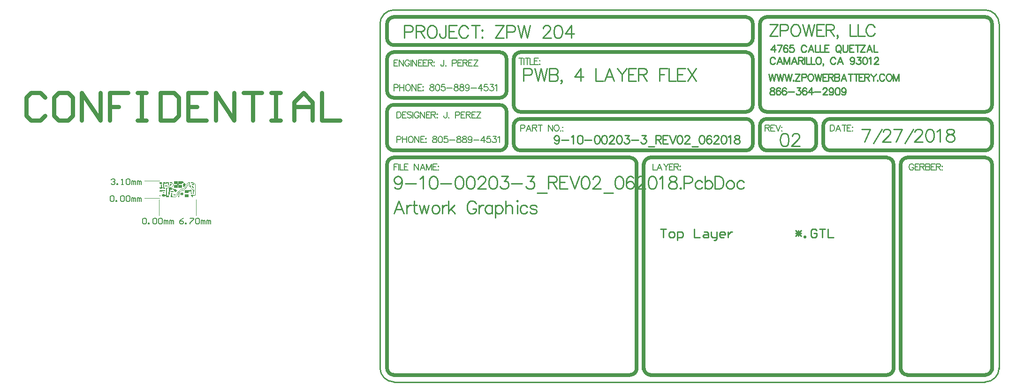
<source format=gtl>
G04*
G04 #@! TF.GenerationSoftware,Altium Limited,Altium Designer,18.1.7 (191)*
G04*
G04 Layer_Physical_Order=1*
G04 Layer_Color=255*
%FSLAX25Y25*%
%MOIN*%
G70*
G01*
G75*
%ADD10C,0.01000*%
%ADD11C,0.02500*%
%ADD12C,0.00201*%
%ADD13C,0.00900*%
%ADD14C,0.02953*%
%ADD15C,0.00500*%
%ADD16C,0.00600*%
%ADD17R,0.01378X0.00787*%
%ADD18R,0.01083X0.00591*%
%ADD19R,0.01476X0.00787*%
%ADD20C,0.00787*%
%ADD21R,0.01181X0.00984*%
G04:AMPARAMS|DCode=22|XSize=5.91mil|YSize=19.68mil|CornerRadius=1.48mil|HoleSize=0mil|Usage=FLASHONLY|Rotation=270.000|XOffset=0mil|YOffset=0mil|HoleType=Round|Shape=RoundedRectangle|*
%AMROUNDEDRECTD22*
21,1,0.00591,0.01673,0,0,270.0*
21,1,0.00295,0.01968,0,0,270.0*
1,1,0.00295,-0.00837,-0.00148*
1,1,0.00295,-0.00837,0.00148*
1,1,0.00295,0.00837,0.00148*
1,1,0.00295,0.00837,-0.00148*
%
%ADD22ROUNDEDRECTD22*%
G04:AMPARAMS|DCode=23|XSize=9.84mil|YSize=5.91mil|CornerRadius=1.48mil|HoleSize=0mil|Usage=FLASHONLY|Rotation=270.000|XOffset=0mil|YOffset=0mil|HoleType=Round|Shape=RoundedRectangle|*
%AMROUNDEDRECTD23*
21,1,0.00984,0.00295,0,0,270.0*
21,1,0.00689,0.00591,0,0,270.0*
1,1,0.00295,-0.00148,-0.00345*
1,1,0.00295,-0.00148,0.00345*
1,1,0.00295,0.00148,0.00345*
1,1,0.00295,0.00148,-0.00345*
%
%ADD23ROUNDEDRECTD23*%
%ADD24R,0.00945X0.01181*%
%ADD25R,0.01181X0.00945*%
%ADD26R,0.00984X0.01181*%
%ADD27C,0.01968*%
%ADD44R,0.02756X0.02244*%
%ADD45R,0.02756X0.02284*%
%ADD46R,0.02953X0.01968*%
%ADD47C,0.00984*%
%ADD48C,0.00787*%
%ADD49C,0.00492*%
%ADD50C,0.00866*%
%ADD51C,0.00394*%
%ADD52C,0.00689*%
%ADD53C,0.00591*%
%ADD54C,0.00472*%
%ADD55C,0.00984*%
G36*
X211701Y310642D02*
X211697Y310640D01*
X211685Y310638D01*
X211666Y310636D01*
X211508Y310632D01*
X211308Y310631D01*
Y311024D01*
X211382Y311026D01*
X211449Y311032D01*
X211508Y311041D01*
X211560Y311054D01*
X211603Y311070D01*
X211638Y311091D01*
X211666Y311115D01*
X211685Y311142D01*
X211697Y311173D01*
X211701Y311208D01*
Y310642D01*
D02*
G37*
G36*
X206967Y311804D02*
X206985Y311785D01*
X207016Y311768D01*
X207059Y311753D01*
X207114Y311741D01*
X207182Y311731D01*
X207354Y311718D01*
X207576Y311713D01*
Y310729D01*
X207459Y310728D01*
X207114Y310701D01*
X207059Y310689D01*
X207016Y310674D01*
X206985Y310658D01*
X206967Y310639D01*
X206961Y310618D01*
Y311825D01*
X206967Y311804D01*
D02*
G37*
G36*
X214704Y310888D02*
X214716Y310855D01*
X214735Y310825D01*
X214763Y310800D01*
X214798Y310778D01*
X214842Y310760D01*
X214893Y310747D01*
X214952Y310737D01*
X215019Y310731D01*
X215093Y310729D01*
Y310335D01*
X215019Y310334D01*
X214842Y310321D01*
X214798Y310313D01*
X214763Y310304D01*
X214735Y310293D01*
X214716Y310279D01*
X214704Y310264D01*
X214700Y310248D01*
Y310926D01*
X214704Y310888D01*
D02*
G37*
G36*
X191781Y311012D02*
X191793Y310146D01*
X191788Y310148D01*
X191774Y310150D01*
X191752Y310152D01*
X191500Y310158D01*
X191336Y310158D01*
Y311024D01*
X191781Y311012D01*
D02*
G37*
G36*
X199999Y310683D02*
X200004Y310643D01*
X200012Y310603D01*
X200024Y310563D01*
X200040Y310525D01*
X200059Y310487D01*
X200082Y310449D01*
X200108Y310412D01*
X200138Y310376D01*
X200172Y310340D01*
X199894Y310062D01*
X199858Y310096D01*
X199822Y310126D01*
X199785Y310152D01*
X199747Y310175D01*
X199709Y310194D01*
X199671Y310210D01*
X199631Y310222D01*
X199592Y310230D01*
X199551Y310236D01*
X199510Y310237D01*
X199997Y310724D01*
X199999Y310683D01*
D02*
G37*
G36*
X194245Y310996D02*
X194269Y310981D01*
X194308Y310968D01*
X194363Y310957D01*
X194434Y310947D01*
X194466Y310945D01*
X194667Y310957D01*
X194722Y310968D01*
X194761Y310981D01*
X194785Y310996D01*
X194793Y311012D01*
Y310930D01*
X195025Y310926D01*
Y310138D01*
X194875Y310136D01*
X194793Y310128D01*
Y310052D01*
X194785Y310068D01*
X194761Y310083D01*
X194722Y310096D01*
X194667Y310107D01*
X194624Y310113D01*
X194623Y310113D01*
X194521Y310093D01*
X194434Y310068D01*
X194363Y310036D01*
X194308Y310000D01*
X194269Y309957D01*
X194245Y309909D01*
X194237Y309855D01*
X194228Y309847D01*
X194220Y309824D01*
X194213Y309784D01*
X194207Y309729D01*
X194204Y309660D01*
X194228Y309248D01*
X194237Y309241D01*
X194192D01*
X194190Y309068D01*
X193403D01*
X193402Y309217D01*
X193401Y309241D01*
X193316D01*
X193333Y309248D01*
X193347Y309272D01*
X193360Y309312D01*
X193372Y309367D01*
X193381Y309437D01*
X193385Y309496D01*
X193372Y309729D01*
X193360Y309784D01*
X193347Y309824D01*
X193333Y309847D01*
X193316Y309855D01*
X193399D01*
X193403Y310028D01*
X194190D01*
X194191Y309878D01*
X194192Y309855D01*
X194237D01*
Y310134D01*
X194005Y310138D01*
Y310926D01*
X194155Y310927D01*
X194237Y310932D01*
Y311012D01*
X194245Y310996D01*
D02*
G37*
G36*
X203762Y310102D02*
X203940Y309946D01*
X203961Y309932D01*
X203977Y309923D01*
X203985Y309922D01*
X204014Y309922D01*
X204045Y309926D01*
X204076Y309935D01*
X204109Y309949D01*
X204142Y309967D01*
X204154Y309975D01*
X204247Y310079D01*
X204254Y310095D01*
X204253Y310104D01*
X204279Y310077D01*
X204289Y310086D01*
X204312Y310044D01*
X204651Y309698D01*
X204642Y309699D01*
X204626Y309692D01*
X204603Y309677D01*
X204572Y309653D01*
X204489Y309581D01*
X204456Y309550D01*
X204395Y309478D01*
X204611Y309288D01*
X204635Y309275D01*
X204653Y309269D01*
X204664Y309272D01*
X204396Y309006D01*
X204329Y308839D01*
X204290Y308875D01*
X204276Y308888D01*
X204241Y308854D01*
X204245Y308864D01*
X204239Y308882D01*
X204225Y308907D01*
X204203Y308938D01*
X204195Y308948D01*
X204183Y308956D01*
X204150Y308973D01*
X204118Y308986D01*
X204087Y308993D01*
X204058Y308996D01*
X204030Y308994D01*
X204003Y308987D01*
X204059Y309103D01*
X204030Y309134D01*
X203893Y309274D01*
X204100Y309478D01*
X203893Y309690D01*
X203966Y309763D01*
X204019Y309824D01*
X203971Y309904D01*
X203373Y309617D01*
X203380Y309644D01*
X203382Y309672D01*
X203380Y309701D01*
X203372Y309732D01*
X203360Y309764D01*
X203343Y309797D01*
X203321Y309831D01*
X203294Y309867D01*
X203262Y309904D01*
X203225Y309942D01*
X203723Y310141D01*
X203762Y310102D01*
D02*
G37*
G36*
X196887Y310473D02*
X197442D01*
X197441Y310466D01*
X197441Y310448D01*
X197439Y310072D01*
X197442Y309607D01*
X196844D01*
X196844Y309614D01*
X196845Y309632D01*
X196847Y310008D01*
X196844Y310431D01*
X196504Y310433D01*
X196427Y310431D01*
X196325Y310422D01*
X196235Y310407D01*
X196157Y310386D01*
X196090Y310360D01*
X196036Y310327D01*
X195994Y310289D01*
X195963Y310245D01*
X195944Y310194D01*
X195938Y310138D01*
X195950Y311012D01*
X196292Y311019D01*
Y311024D01*
X196887Y311028D01*
Y310473D01*
D02*
G37*
G36*
X214803Y309007D02*
X214791Y309016D01*
X214774Y309024D01*
X214753Y309032D01*
X214726Y309038D01*
X214695Y309043D01*
X214618Y309051D01*
X214521Y309055D01*
X214466Y309056D01*
Y309646D01*
X214521Y309647D01*
X214695Y309659D01*
X214726Y309664D01*
X214753Y309670D01*
X214774Y309678D01*
X214791Y309686D01*
X214803Y309696D01*
Y309007D01*
D02*
G37*
G36*
X203947Y308970D02*
X203926Y308964D01*
X203903Y308954D01*
X203878Y308940D01*
X203851Y308923D01*
X203821Y308903D01*
X203758Y308852D01*
X203686Y308787D01*
X203648Y308749D01*
X203200Y308997D01*
X203236Y309035D01*
X203295Y309108D01*
X203318Y309143D01*
X203337Y309177D01*
X203350Y309209D01*
X203359Y309241D01*
X203364Y309271D01*
X203363Y309300D01*
X203359Y309328D01*
X203947Y308970D01*
D02*
G37*
G36*
X198813Y309082D02*
X198793Y309046D01*
X198775Y309008D01*
X198760Y308967D01*
X198747Y308923D01*
X198737Y308876D01*
X198728Y308827D01*
X198722Y308775D01*
X198718Y308662D01*
X198324D01*
X198323Y308720D01*
X198313Y308827D01*
X198305Y308876D01*
X198294Y308923D01*
X198282Y308967D01*
X198266Y309008D01*
X198249Y309046D01*
X198229Y309082D01*
X198206Y309115D01*
X198836D01*
X198813Y309082D01*
D02*
G37*
G36*
X195942Y308723D02*
X195955Y308690D01*
X195976Y308660D01*
X196004Y308634D01*
X196041Y308613D01*
X196086Y308595D01*
X196138Y308581D01*
X196198Y308572D01*
X196267Y308566D01*
X196344Y308564D01*
Y308170D01*
X196269Y308169D01*
X196091Y308156D01*
X196048Y308148D01*
X196013Y308139D01*
X195985Y308128D01*
X195966Y308115D01*
X195954Y308100D01*
X195950Y308084D01*
X195938Y308760D01*
X195942Y308723D01*
D02*
G37*
G36*
X213076Y308084D02*
X213088Y307690D01*
X212694D01*
X212692Y307766D01*
X212686Y307835D01*
X212676Y307895D01*
X212663Y307947D01*
X212645Y307992D01*
X212623Y308029D01*
X212598Y308057D01*
X212568Y308078D01*
X212535Y308091D01*
X212497Y308096D01*
X213076Y308084D01*
D02*
G37*
G36*
X192619Y308107D02*
X192621Y308084D01*
X192702D01*
X192685Y308076D01*
X192671Y308052D01*
X192658Y308013D01*
X192647Y307958D01*
X192640Y307912D01*
X192650Y307855D01*
X192676Y307752D01*
X192711Y307666D01*
X192753Y307595D01*
X192802Y307540D01*
X192860Y307500D01*
X192924Y307477D01*
X192997Y307469D01*
X192619D01*
X192615Y307296D01*
X191828D01*
X191827Y307446D01*
X191790Y308076D01*
X191781Y308084D01*
X191829D01*
X191828Y308256D01*
X192615D01*
X192619Y308107D01*
D02*
G37*
G36*
X194237Y308084D02*
X194212Y308079D01*
X194190Y308064D01*
X194171Y308039D01*
X194154Y308005D01*
X194139Y307961D01*
X194127Y307906D01*
X194118Y307842D01*
X194112Y307769D01*
X194108Y307654D01*
X194109Y307630D01*
X194116Y307545D01*
X194129Y307469D01*
X194146Y307404D01*
X194168Y307349D01*
X194195Y307303D01*
X194227Y307268D01*
X194264Y307242D01*
X194306Y307226D01*
X194353Y307221D01*
X193612Y307233D01*
X193612Y307238D01*
X193613Y307252D01*
X193614Y307608D01*
X193612Y307686D01*
X193605Y307772D01*
X193592Y307847D01*
X193575Y307912D01*
X193553Y307968D01*
X193526Y308013D01*
X193494Y308049D01*
X193457Y308074D01*
X193415Y308090D01*
X193368Y308096D01*
X194237Y308084D01*
D02*
G37*
G36*
X214700Y307886D02*
X214702Y307896D01*
X214710Y307894D01*
X214724Y307880D01*
X214742Y307854D01*
X214766Y307816D01*
X214810Y307734D01*
X214815Y307737D01*
X214841Y307688D01*
X214929Y307538D01*
X214948Y307512D01*
X214965Y307491D01*
X214982Y307475D01*
X214997Y307464D01*
X215010Y307457D01*
X214394Y307149D01*
X214397Y307164D01*
X214397Y307183D01*
X214394Y307206D01*
X214388Y307232D01*
X214379Y307263D01*
X214351Y307335D01*
X214320Y307404D01*
X214291Y307459D01*
X214235Y307551D01*
X214179Y307631D01*
X214121Y307701D01*
X214062Y307761D01*
X214002Y307809D01*
X213941Y307847D01*
X213879Y307875D01*
X213815Y307892D01*
X213751Y307898D01*
X214700Y307886D01*
D02*
G37*
G36*
X196622Y307075D02*
X196538Y306989D01*
X196408Y306837D01*
X196361Y306771D01*
X196326Y306712D01*
X196302Y306660D01*
X196292Y306614D01*
X196293Y306576D01*
X196306Y306544D01*
X196332Y306519D01*
X195688Y306965D01*
X195722Y306948D01*
X195761Y306942D01*
X195805Y306945D01*
X195853Y306959D01*
X195906Y306983D01*
X195964Y307017D01*
X196027Y307061D01*
X196095Y307116D01*
X196245Y307255D01*
X196622Y307075D01*
D02*
G37*
G36*
X199296Y306005D02*
X199109Y306003D01*
X198666Y305975D01*
X198558Y305958D01*
X198469Y305938D01*
X198400Y305914D01*
X198351Y305886D01*
X198322Y305855D01*
X198312Y305820D01*
Y306977D01*
X198322Y306979D01*
X198351Y306981D01*
X198794Y306988D01*
X199296Y306989D01*
Y306005D01*
D02*
G37*
G36*
X193612Y305464D02*
X193686Y305463D01*
Y304774D01*
X193555Y304772D01*
X193335Y304753D01*
X193245Y304737D01*
X193169Y304716D01*
X193107Y304690D01*
X193059Y304660D01*
X193025Y304625D01*
X193004Y304585D01*
X192997Y304540D01*
Y304774D01*
X192923Y304774D01*
Y305463D01*
X192997Y305465D01*
Y305501D01*
X193004Y305493D01*
X193025Y305487D01*
X193059Y305482D01*
X193107Y305477D01*
X193158Y305474D01*
X193274Y305484D01*
X193364Y305501D01*
X193439Y305522D01*
X193501Y305547D01*
X193550Y305578D01*
X193584Y305613D01*
X193605Y305653D01*
X193612Y305697D01*
Y305464D01*
D02*
G37*
G36*
X214564Y305892D02*
X214716Y305762D01*
X214782Y305714D01*
X214841Y305679D01*
X214893Y305656D01*
X214938Y305645D01*
X214977Y305647D01*
X215009Y305660D01*
X215035Y305685D01*
X214588Y305042D01*
X214605Y305076D01*
X214611Y305115D01*
X214608Y305158D01*
X214594Y305207D01*
X214570Y305260D01*
X214536Y305318D01*
X214492Y305381D01*
X214437Y305449D01*
X214298Y305599D01*
X214478Y305976D01*
X214564Y305892D01*
D02*
G37*
G36*
X196258Y305843D02*
X196259Y305820D01*
X196344D01*
X196327Y305812D01*
X196312Y305788D01*
X196300Y305749D01*
X196288Y305694D01*
X196279Y305623D01*
X196274Y305564D01*
X196288Y305331D01*
X196300Y305276D01*
X196312Y305237D01*
X196327Y305213D01*
X196344Y305205D01*
X196260D01*
X196257Y305032D01*
X195470D01*
X195469Y305182D01*
X195467Y305205D01*
X195383D01*
X195400Y305213D01*
X195414Y305237D01*
X195427Y305276D01*
X195439Y305331D01*
X195448Y305402D01*
X195452Y305461D01*
X195439Y305694D01*
X195427Y305749D01*
X195414Y305788D01*
X195400Y305812D01*
X195383Y305820D01*
X195466D01*
X195470Y305993D01*
X196257D01*
X196258Y305843D01*
D02*
G37*
G36*
X201362Y306292D02*
X201463Y306227D01*
X201565Y306171D01*
X201669Y306123D01*
X201775Y306083D01*
X201881Y306051D01*
X201989Y306027D01*
X202099Y306011D01*
X202210Y306004D01*
X202322Y306004D01*
X201399Y304807D01*
X201370Y304915D01*
X201335Y305021D01*
X201291Y305123D01*
X201241Y305221D01*
X201183Y305316D01*
X201117Y305408D01*
X201045Y305496D01*
X200964Y305581D01*
X200876Y305662D01*
X200781Y305740D01*
X201262Y306364D01*
X201362Y306292D01*
D02*
G37*
G36*
X212608Y304540D02*
X212600Y304557D01*
X212576Y304571D01*
X212537Y304584D01*
X212482Y304595D01*
X212411Y304605D01*
X212222Y304619D01*
X212197Y304619D01*
X212100Y304611D01*
X211981Y304591D01*
X211877Y304564D01*
X211789Y304528D01*
X211717Y304485D01*
X211661Y304434D01*
X211621Y304375D01*
X211596Y304308D01*
X211587Y304233D01*
X211599Y305402D01*
X211607Y305404D01*
X211631Y305406D01*
X211796Y305411D01*
X211820Y305411D01*
Y305414D01*
X211970Y305417D01*
X212222Y305439D01*
X212324Y305459D01*
X212411Y305485D01*
X212482Y305516D01*
X212537Y305553D01*
X212576Y305595D01*
X212600Y305644D01*
X212608Y305697D01*
Y304540D01*
D02*
G37*
G36*
X191840Y304540D02*
X191336Y304528D01*
Y305316D01*
X191434Y305317D01*
X191665Y305333D01*
X191722Y305343D01*
X191769Y305355D01*
X191805Y305370D01*
X191831Y305386D01*
X191847Y305405D01*
X191852Y305426D01*
X191840Y304540D01*
D02*
G37*
G36*
X215228Y304547D02*
X215188Y304532D01*
X215152Y304507D01*
X215122Y304473D01*
X215096Y304429D01*
X215074Y304376D01*
X215058Y304313D01*
X215046Y304241D01*
X215039Y304159D01*
X215037Y304093D01*
X215055Y303593D01*
X214510Y303697D01*
X214520Y303706D01*
X214529Y303724D01*
X214537Y303751D01*
X214545Y303787D01*
X214550Y303832D01*
X214559Y303949D01*
X214564Y304192D01*
X214567Y304191D01*
X214576Y304540D01*
X215273Y304552D01*
X215228Y304547D01*
D02*
G37*
G36*
X200076Y304932D02*
X200088Y304930D01*
X200109Y304928D01*
X200276Y304923D01*
X200489Y304922D01*
Y304134D01*
X200072Y304122D01*
Y304934D01*
X200076Y304932D01*
D02*
G37*
G36*
X213568Y304540D02*
X213577Y304191D01*
X213580Y304192D01*
X213580Y304102D01*
X213600Y303787D01*
X213607Y303751D01*
X213615Y303724D01*
X213624Y303706D01*
X213634Y303697D01*
X213089Y303593D01*
X213092Y303607D01*
X213095Y303628D01*
X213098Y303659D01*
X213106Y303866D01*
X213107Y304077D01*
X213105Y304159D01*
X213098Y304241D01*
X213086Y304313D01*
X213070Y304376D01*
X213048Y304429D01*
X213022Y304473D01*
X212992Y304507D01*
X212956Y304532D01*
X212916Y304547D01*
X212871Y304552D01*
X213568Y304540D01*
D02*
G37*
G36*
X198125Y304048D02*
X198312D01*
X198277Y304040D01*
X198245Y304016D01*
X198218Y303977D01*
X198194Y303922D01*
X198173Y303851D01*
X198157Y303765D01*
X198144Y303662D01*
X198129Y303410D01*
X198127Y303261D01*
X197340D01*
X197342Y303433D01*
X197155D01*
X197190Y303441D01*
X197222Y303465D01*
X197249Y303504D01*
X197273Y303559D01*
X197294Y303630D01*
X197310Y303717D01*
X197323Y303819D01*
X197338Y304071D01*
X197340Y304221D01*
X198127D01*
X198125Y304048D01*
D02*
G37*
G36*
X196346Y304040D02*
X196348Y304016D01*
X196353Y303851D01*
X196355Y303261D01*
X195568D01*
X195566Y303410D01*
X195538Y303765D01*
X195522Y303851D01*
X195502Y303922D01*
X195477Y303977D01*
X195450Y304016D01*
X195418Y304040D01*
X195383Y304048D01*
X196344D01*
X196346Y304040D01*
D02*
G37*
G36*
X205887Y302461D02*
X205867Y302499D01*
X205841Y302532D01*
X205809Y302562D01*
X205772Y302587D01*
X205730Y302609D01*
X205681Y302627D01*
X205627Y302640D01*
X205567Y302650D01*
X205502Y302656D01*
X205431Y302658D01*
Y303052D01*
X205502Y303054D01*
X205567Y303060D01*
X205627Y303069D01*
X205681Y303083D01*
X205730Y303101D01*
X205772Y303123D01*
X205809Y303148D01*
X205841Y303178D01*
X205867Y303211D01*
X205887Y303249D01*
Y302461D01*
D02*
G37*
G36*
X201461Y302463D02*
X201494Y302438D01*
X201528Y302415D01*
X201564Y302396D01*
X201602Y302380D01*
X201643Y302367D01*
X201686Y302356D01*
X201730Y302349D01*
X201777Y302345D01*
X201826Y302343D01*
Y301949D01*
X201777Y301948D01*
X201730Y301943D01*
X201686Y301936D01*
X201643Y301926D01*
X201602Y301912D01*
X201564Y301896D01*
X201528Y301877D01*
X201494Y301855D01*
X201461Y301830D01*
X201431Y301802D01*
Y302491D01*
X201461Y302463D01*
D02*
G37*
G36*
X199941Y302282D02*
X199891Y302263D01*
X199847Y302233D01*
X199808Y302190D01*
X199776Y302136D01*
X199749Y302069D01*
X199729Y301991D01*
X199717Y301919D01*
X199724Y301810D01*
X199733Y301756D01*
X199744Y301715D01*
X199757Y301685D01*
X199772Y301668D01*
X199788Y301662D01*
X198828D01*
X198882Y301668D01*
X198930Y301685D01*
X198973Y301715D01*
X199009Y301756D01*
X199041Y301810D01*
X199066Y301874D01*
X199086Y301951D01*
X199100Y302040D01*
X199109Y302140D01*
X199111Y302252D01*
X199123D01*
X199123Y302276D01*
X199997Y302288D01*
X199941Y302282D01*
D02*
G37*
G36*
X215020Y301915D02*
X215036Y301906D01*
X215059Y301898D01*
X215089Y301890D01*
X215127Y301884D01*
X215225Y301876D01*
X215353Y301871D01*
X215428Y301871D01*
X215428Y301477D01*
X215353Y301477D01*
X215089Y301457D01*
X215059Y301450D01*
X215036Y301442D01*
X215020Y301433D01*
X215012Y301422D01*
Y301925D01*
X215020Y301915D01*
D02*
G37*
G36*
X204821Y301584D02*
X204826Y301537D01*
X204833Y301492D01*
X204844Y301449D01*
X204857Y301409D01*
X204873Y301371D01*
X204892Y301334D01*
X204915Y301300D01*
X204940Y301268D01*
X204968Y301238D01*
X204279D01*
X204307Y301268D01*
X204332Y301300D01*
X204354Y301334D01*
X204373Y301371D01*
X204390Y301409D01*
X204403Y301449D01*
X204413Y301492D01*
X204420Y301537D01*
X204425Y301584D01*
X204426Y301633D01*
X204820D01*
X204821Y301584D01*
D02*
G37*
G36*
X194395Y302385D02*
X194501Y302319D01*
X194608Y302260D01*
X194716Y302209D01*
X194825Y302166D01*
X194935Y302130D01*
X195047Y302103D01*
X195159Y302083D01*
X195273Y302071D01*
X195387Y302068D01*
Y301280D01*
X195273Y301276D01*
X195159Y301265D01*
X195047Y301245D01*
X194935Y301217D01*
X194825Y301182D01*
X194716Y301139D01*
X194608Y301088D01*
X194501Y301029D01*
X194395Y300962D01*
X194290Y300888D01*
Y302460D01*
X194395Y302385D01*
D02*
G37*
G36*
X214367Y301422D02*
X214369Y301391D01*
X214662D01*
X214606Y301385D01*
X214555Y301367D01*
X214511Y301337D01*
X214473Y301295D01*
X214440Y301241D01*
X214414Y301174D01*
X214407Y301151D01*
X214416Y301140D01*
X214405Y301140D01*
X214393Y301096D01*
X214378Y301006D01*
X214369Y300903D01*
X214366Y300789D01*
X213776D01*
X213773Y300903D01*
X213764Y301006D01*
X213749Y301096D01*
X213738Y301139D01*
X213727Y301139D01*
X213735Y301150D01*
X213729Y301174D01*
X213702Y301241D01*
X213670Y301295D01*
X213631Y301337D01*
X213587Y301367D01*
X213537Y301385D01*
X213481Y301391D01*
X213774D01*
X213775Y301421D01*
X213776Y301476D01*
X214366Y301478D01*
X214367Y301422D01*
D02*
G37*
G36*
X199781Y301243D02*
X199794Y301209D01*
X199814Y301180D01*
X199843Y301154D01*
X199879Y301132D01*
X199924Y301115D01*
X199976Y301101D01*
X200037Y301091D01*
X200106Y301085D01*
X200182Y301083D01*
Y300690D01*
X200107Y300688D01*
X200040Y300682D01*
X199981Y300673D01*
X199930Y300660D01*
X199887Y300643D01*
X199851Y300623D01*
X199824Y300599D01*
X199804Y300571D01*
X199792Y300540D01*
X199788Y300505D01*
X199776Y301280D01*
X199781Y301243D01*
D02*
G37*
G36*
X196860Y300505D02*
X196852Y300502D01*
X196828Y300500D01*
X196663Y300496D01*
X196072Y300493D01*
Y301280D01*
X196222Y301284D01*
X196356Y301295D01*
X196474Y301314D01*
X196576Y301341D01*
X196663Y301376D01*
X196734Y301418D01*
X196789Y301467D01*
X196828Y301524D01*
X196852Y301589D01*
X196860Y301662D01*
Y300505D01*
D02*
G37*
D10*
X546769Y277751D02*
X550767D01*
X548768D01*
Y271753D01*
X553766D02*
X555766D01*
X556765Y272753D01*
Y274752D01*
X555766Y275752D01*
X553766D01*
X552767Y274752D01*
Y272753D01*
X553766Y271753D01*
X558765Y269754D02*
Y275752D01*
X561764D01*
X562764Y274752D01*
Y272753D01*
X561764Y271753D01*
X558765D01*
X570761Y277751D02*
Y271753D01*
X574760D01*
X577759Y275752D02*
X579758D01*
X580758Y274752D01*
Y271753D01*
X577759D01*
X576759Y272753D01*
X577759Y273752D01*
X580758D01*
X582757Y275752D02*
Y272753D01*
X583757Y271753D01*
X586756D01*
Y270753D01*
X585756Y269754D01*
X584756D01*
X586756Y271753D02*
Y275752D01*
X591754Y271753D02*
X589755D01*
X588755Y272753D01*
Y274752D01*
X589755Y275752D01*
X591754D01*
X592754Y274752D01*
Y273752D01*
X588755D01*
X594753Y275752D02*
Y271753D01*
Y273752D01*
X595753Y274752D01*
X596753Y275752D01*
X597752D01*
X642738Y276751D02*
X646736Y272753D01*
X642738D02*
X646736Y276751D01*
X642738Y274752D02*
X646736D01*
X644737Y272753D02*
Y276751D01*
X648736Y271753D02*
Y272753D01*
X649735D01*
Y271753D01*
X648736D01*
X657733Y276751D02*
X656733Y277751D01*
X654734D01*
X653734Y276751D01*
Y272753D01*
X654734Y271753D01*
X656733D01*
X657733Y272753D01*
Y274752D01*
X655733D01*
X659732Y277751D02*
X663731D01*
X661731D01*
Y271753D01*
X665730Y277751D02*
Y271753D01*
X669729D01*
X787532Y423682D02*
G03*
X777532Y433682I-10000J0D01*
G01*
Y168921D02*
G03*
X787532Y178921I0J10000D01*
G01*
X347532Y179022D02*
G03*
X357455Y168923I10100J0D01*
G01*
X357532Y433682D02*
G03*
X347532Y423682I0J-10000D01*
G01*
X357532Y168922D02*
X777532D01*
X357532Y433682D02*
X777532D01*
X787532Y178236D02*
Y423682D01*
X347532Y178727D02*
Y423682D01*
D11*
X530032Y323682D02*
G03*
X525032Y328682I-5000J0D01*
G01*
X525148Y173921D02*
G03*
X530030Y178889I84J4800D01*
G01*
X540032Y328682D02*
G03*
X535032Y323682I0J-5000D01*
G01*
Y178921D02*
G03*
X539944Y173922I5000J0D01*
G01*
X712532Y323682D02*
G03*
X707532Y328682I-5000J0D01*
G01*
X707648Y173921D02*
G03*
X712530Y178889I84J4800D01*
G01*
X717532Y178822D02*
G03*
X722517Y173922I4900J0D01*
G01*
X722532Y328682D02*
G03*
X717532Y323682I0J-5000D01*
G01*
X437532Y398782D02*
G03*
X432632Y403682I-4900J0D01*
G01*
X432732Y371182D02*
G03*
X437532Y375982I0J4800D01*
G01*
Y361282D02*
G03*
X432461Y366179I-4900J0D01*
G01*
X442532Y366082D02*
G03*
X447432Y361182I4900J0D01*
G01*
X442532Y338582D02*
G03*
X447432Y333682I4900J0D01*
G01*
X432632D02*
G03*
X437532Y338582I0J4900D01*
G01*
X612532Y351282D02*
G03*
X607632Y356182I-4900J0D01*
G01*
Y333682D02*
G03*
X612531Y338668I0J4900D01*
G01*
X617532Y338782D02*
G03*
X622543Y333683I5100J0D01*
G01*
X622332Y356182D02*
G03*
X617538Y351131I0J-4800D01*
G01*
X447532Y356182D02*
G03*
X442532Y351182I0J-5000D01*
G01*
X447532Y403682D02*
G03*
X442532Y398682I0J-5000D01*
G01*
X352532Y338682D02*
G03*
X357444Y333683I5000J0D01*
G01*
X357532Y366182D02*
G03*
X352532Y361182I0J-5000D01*
G01*
Y376182D02*
G03*
X357532Y371182I5000J0D01*
G01*
Y403682D02*
G03*
X352532Y398682I0J-5000D01*
G01*
Y413682D02*
G03*
X357532Y408682I5000J0D01*
G01*
Y428682D02*
G03*
X352532Y423682I0J-5000D01*
G01*
X612532D02*
G03*
X607532Y428682I-5000J0D01*
G01*
X622532D02*
G03*
X617532Y423682I0J-5000D01*
G01*
X607532Y408682D02*
G03*
X612532Y413682I0J5000D01*
G01*
Y398682D02*
G03*
X607532Y403682I-5000J0D01*
G01*
X357532Y328682D02*
G03*
X352532Y323682I0J-5000D01*
G01*
X607619Y361182D02*
G03*
X612533Y366182I-87J5000D01*
G01*
X352532Y178921D02*
G03*
X357444Y173922I5000J0D01*
G01*
X657532Y351282D02*
G03*
X652632Y356182I-4900J0D01*
G01*
X652532Y333682D02*
G03*
X657532Y338682I0J5000D01*
G01*
X777532Y173922D02*
G03*
X782532Y178921I0J5000D01*
G01*
X782532Y323770D02*
G03*
X777532Y328683I-5000J-87D01*
G01*
Y333682D02*
G03*
X782532Y338682I0J5000D01*
G01*
Y423782D02*
G03*
X777461Y428679I-4900J0D01*
G01*
X617532Y366182D02*
G03*
X622532Y361182I5000J0D01*
G01*
X777532D02*
G03*
X782532Y366182I0J5000D01*
G01*
X667532Y356182D02*
G03*
X662532Y351182I0J-5000D01*
G01*
X782532Y351282D02*
G03*
X777632Y356182I-4900J0D01*
G01*
X662532Y338582D02*
G03*
X667517Y333683I4900J0D01*
G01*
X540032Y173922D02*
X707532D01*
X357532D02*
X525032D01*
X357532Y328682D02*
X525032D01*
X540032D02*
X707532D01*
X722532Y173922D02*
X777532D01*
X722532Y328682D02*
X777532D01*
X357532Y428682D02*
X607532D01*
X357532Y333682D02*
X432532D01*
X357532Y366182D02*
X432532D01*
X357532Y371182D02*
X432532D01*
X357532Y403682D02*
X432532D01*
X357532Y408682D02*
X607532D01*
X447532Y403682D02*
X607532D01*
X447532Y356182D02*
X607532D01*
X447532Y333682D02*
X607532D01*
X622532D02*
X652532D01*
X622532Y356182D02*
X652532D01*
X667532Y333682D02*
X777532D01*
X622532Y428682D02*
X777532D01*
X447532Y361182D02*
X607619D01*
X622532D02*
X777532D01*
X667532Y356182D02*
X777532D01*
X530029Y178972D02*
X530032Y323682D01*
X535032Y178236D02*
Y323682D01*
X712529Y178236D02*
X712532Y323682D01*
X717532Y177990D02*
Y323682D01*
X352532Y338682D02*
Y361182D01*
X437532Y338682D02*
Y361182D01*
X352532Y376182D02*
Y398682D01*
X437532Y376182D02*
Y398682D01*
X352532Y413682D02*
Y423682D01*
X612532Y413682D02*
Y423682D01*
Y366182D02*
Y398682D01*
X442532Y366182D02*
Y398682D01*
X612532Y338682D02*
Y351182D01*
X442532Y338682D02*
Y351182D01*
X617532Y338682D02*
Y351182D01*
X657532Y338682D02*
Y351182D01*
X782532Y177745D02*
Y323682D01*
Y338682D02*
Y351282D01*
X352395Y178727D02*
X352532Y323682D01*
X617532Y366182D02*
Y423682D01*
X782532Y366182D02*
Y423682D01*
X662532Y338682D02*
Y351182D01*
D12*
X190499Y287573D02*
Y298923D01*
X216875Y287573D02*
Y298924D01*
X180061Y299902D02*
X190926D01*
X180061Y312107D02*
X190926D01*
D13*
X627735Y408701D02*
X625355Y405368D01*
X628925D01*
X627735Y408701D02*
Y403702D01*
X633139Y408701D02*
X630758Y403702D01*
X629806Y408701D02*
X633139D01*
X637114Y407986D02*
X636876Y408463D01*
X636162Y408701D01*
X635686D01*
X634972Y408463D01*
X634495Y407748D01*
X634257Y406558D01*
Y405368D01*
X634495Y404416D01*
X634972Y403940D01*
X635686Y403702D01*
X635924D01*
X636638Y403940D01*
X637114Y404416D01*
X637352Y405130D01*
Y405368D01*
X637114Y406082D01*
X636638Y406558D01*
X635924Y406796D01*
X635686D01*
X634972Y406558D01*
X634495Y406082D01*
X634257Y405368D01*
X641304Y408701D02*
X638923D01*
X638685Y406558D01*
X638923Y406796D01*
X639637Y407034D01*
X640351D01*
X641066Y406796D01*
X641542Y406320D01*
X641780Y405606D01*
Y405130D01*
X641542Y404416D01*
X641066Y403940D01*
X640351Y403702D01*
X639637D01*
X638923Y403940D01*
X638685Y404178D01*
X638447Y404654D01*
X650397Y407510D02*
X650159Y407986D01*
X649683Y408463D01*
X649207Y408701D01*
X648254D01*
X647778Y408463D01*
X647302Y407986D01*
X647064Y407510D01*
X646826Y406796D01*
Y405606D01*
X647064Y404892D01*
X647302Y404416D01*
X647778Y403940D01*
X648254Y403702D01*
X649207D01*
X649683Y403940D01*
X650159Y404416D01*
X650397Y404892D01*
X655610Y403702D02*
X653706Y408701D01*
X651801Y403702D01*
X652515Y405368D02*
X654896D01*
X656776Y408701D02*
Y403702D01*
X659633D01*
X660181Y408701D02*
Y403702D01*
X663037D01*
X666679Y408701D02*
X663585D01*
Y403702D01*
X666679D01*
X663585Y406320D02*
X665489D01*
X672868Y408701D02*
X672392Y408463D01*
X671916Y407986D01*
X671678Y407510D01*
X671440Y406796D01*
Y405606D01*
X671678Y404892D01*
X671916Y404416D01*
X672392Y403940D01*
X672868Y403702D01*
X673820D01*
X674297Y403940D01*
X674773Y404416D01*
X675011Y404892D01*
X675249Y405606D01*
Y406796D01*
X675011Y407510D01*
X674773Y407986D01*
X674297Y408463D01*
X673820Y408701D01*
X672868D01*
X673582Y404654D02*
X675011Y403226D01*
X676415Y408701D02*
Y405130D01*
X676653Y404416D01*
X677129Y403940D01*
X677843Y403702D01*
X678319D01*
X679034Y403940D01*
X679510Y404416D01*
X679748Y405130D01*
Y408701D01*
X684223D02*
X681128D01*
Y403702D01*
X684223D01*
X681128Y406320D02*
X683033D01*
X686722Y408701D02*
Y403702D01*
X685056Y408701D02*
X688389D01*
X692316D02*
X688984Y403702D01*
Y408701D02*
X692316D01*
X688984Y403702D02*
X692316D01*
X697244D02*
X695340Y408701D01*
X693435Y403702D01*
X694149Y405368D02*
X696530D01*
X698410Y408701D02*
Y403702D01*
X701267D01*
X628294Y398876D02*
X628056Y399352D01*
X627580Y399828D01*
X627104Y400066D01*
X626152D01*
X625676Y399828D01*
X625200Y399352D01*
X624962Y398876D01*
X624724Y398161D01*
Y396971D01*
X624962Y396257D01*
X625200Y395781D01*
X625676Y395305D01*
X626152Y395067D01*
X627104D01*
X627580Y395305D01*
X628056Y395781D01*
X628294Y396257D01*
X633508Y395067D02*
X631603Y400066D01*
X629699Y395067D01*
X630413Y396733D02*
X632794D01*
X634674Y400066D02*
Y395067D01*
Y400066D02*
X636578Y395067D01*
X638483Y400066D02*
X636578Y395067D01*
X638483Y400066D02*
Y395067D01*
X643720D02*
X641815Y400066D01*
X639911Y395067D01*
X640625Y396733D02*
X643006D01*
X644886Y400066D02*
Y395067D01*
Y400066D02*
X647028D01*
X647743Y399828D01*
X647981Y399590D01*
X648219Y399114D01*
Y398638D01*
X647981Y398161D01*
X647743Y397923D01*
X647028Y397685D01*
X644886D01*
X646552D02*
X648219Y395067D01*
X649338Y400066D02*
Y395067D01*
X650385Y400066D02*
Y395067D01*
X653241D01*
X653789Y400066D02*
Y395067D01*
X656645D01*
X658621Y400066D02*
X658145Y399828D01*
X657669Y399352D01*
X657431Y398876D01*
X657193Y398161D01*
Y396971D01*
X657431Y396257D01*
X657669Y395781D01*
X658145Y395305D01*
X658621Y395067D01*
X659573D01*
X660049Y395305D01*
X660526Y395781D01*
X660764Y396257D01*
X661002Y396971D01*
Y398161D01*
X660764Y398876D01*
X660526Y399352D01*
X660049Y399828D01*
X659573Y400066D01*
X658621D01*
X662644Y395305D02*
X662406Y395067D01*
X662168Y395305D01*
X662406Y395543D01*
X662644Y395305D01*
Y394829D01*
X662406Y394353D01*
X662168Y394115D01*
X671238Y398876D02*
X671000Y399352D01*
X670524Y399828D01*
X670047Y400066D01*
X669095D01*
X668619Y399828D01*
X668143Y399352D01*
X667905Y398876D01*
X667667Y398161D01*
Y396971D01*
X667905Y396257D01*
X668143Y395781D01*
X668619Y395305D01*
X669095Y395067D01*
X670047D01*
X670524Y395305D01*
X671000Y395781D01*
X671238Y396257D01*
X676451Y395067D02*
X674546Y400066D01*
X672642Y395067D01*
X673356Y396733D02*
X675737D01*
X684640Y398399D02*
X684401Y397685D01*
X683925Y397209D01*
X683211Y396971D01*
X682973D01*
X682259Y397209D01*
X681783Y397685D01*
X681545Y398399D01*
Y398638D01*
X681783Y399352D01*
X682259Y399828D01*
X682973Y400066D01*
X683211D01*
X683925Y399828D01*
X684401Y399352D01*
X684640Y398399D01*
Y397209D01*
X684401Y396019D01*
X683925Y395305D01*
X683211Y395067D01*
X682735D01*
X682021Y395305D01*
X681783Y395781D01*
X686472Y400066D02*
X689091D01*
X687663Y398161D01*
X688377D01*
X688853Y397923D01*
X689091Y397685D01*
X689329Y396971D01*
Y396495D01*
X689091Y395781D01*
X688615Y395305D01*
X687901Y395067D01*
X687187D01*
X686472Y395305D01*
X686234Y395543D01*
X685996Y396019D01*
X691876Y400066D02*
X691162Y399828D01*
X690686Y399114D01*
X690448Y397923D01*
Y397209D01*
X690686Y396019D01*
X691162Y395305D01*
X691876Y395067D01*
X692352D01*
X693066Y395305D01*
X693542Y396019D01*
X693780Y397209D01*
Y397923D01*
X693542Y399114D01*
X693066Y399828D01*
X692352Y400066D01*
X691876D01*
X694899Y399114D02*
X695375Y399352D01*
X696089Y400066D01*
Y395067D01*
X698803Y398876D02*
Y399114D01*
X699041Y399590D01*
X699279Y399828D01*
X699755Y400066D01*
X700707D01*
X701184Y399828D01*
X701422Y399590D01*
X701660Y399114D01*
Y398638D01*
X701422Y398161D01*
X700946Y397447D01*
X698565Y395067D01*
X701898D01*
X365032Y417967D02*
X368888D01*
X370173Y418396D01*
X370602Y418824D01*
X371030Y419681D01*
Y420966D01*
X370602Y421824D01*
X370173Y422252D01*
X368888Y422680D01*
X365032D01*
Y413682D01*
X373044Y422680D02*
Y413682D01*
Y422680D02*
X376901D01*
X378186Y422252D01*
X378614Y421824D01*
X379043Y420966D01*
Y420110D01*
X378614Y419253D01*
X378186Y418824D01*
X376901Y418396D01*
X373044D01*
X376044D02*
X379043Y413682D01*
X383628Y422680D02*
X382771Y422252D01*
X381914Y421395D01*
X381485Y420538D01*
X381057Y419253D01*
Y417110D01*
X381485Y415825D01*
X381914Y414968D01*
X382771Y414111D01*
X383628Y413682D01*
X385342D01*
X386198Y414111D01*
X387055Y414968D01*
X387484Y415825D01*
X387912Y417110D01*
Y419253D01*
X387484Y420538D01*
X387055Y421395D01*
X386198Y422252D01*
X385342Y422680D01*
X383628D01*
X394297D02*
Y415825D01*
X393868Y414539D01*
X393440Y414111D01*
X392583Y413682D01*
X391726D01*
X390869Y414111D01*
X390441Y414539D01*
X390012Y415825D01*
Y416682D01*
X402181Y422680D02*
X396611D01*
Y413682D01*
X402181D01*
X396611Y418396D02*
X400038D01*
X410108Y420538D02*
X409679Y421395D01*
X408822Y422252D01*
X407965Y422680D01*
X406251D01*
X405394Y422252D01*
X404537Y421395D01*
X404109Y420538D01*
X403681Y419253D01*
Y417110D01*
X404109Y415825D01*
X404537Y414968D01*
X405394Y414111D01*
X406251Y413682D01*
X407965D01*
X408822Y414111D01*
X409679Y414968D01*
X410108Y415825D01*
X415635Y422680D02*
Y413682D01*
X412636Y422680D02*
X418634D01*
X420134Y419681D02*
X419706Y419253D01*
X420134Y418824D01*
X420563Y419253D01*
X420134Y419681D01*
Y414539D02*
X419706Y414111D01*
X420134Y413682D01*
X420563Y414111D01*
X420134Y414539D01*
X435602Y422680D02*
X429603Y413682D01*
Y422680D02*
X435602D01*
X429603Y413682D02*
X435602D01*
X437616Y417967D02*
X441472D01*
X442758Y418396D01*
X443186Y418824D01*
X443615Y419681D01*
Y420966D01*
X443186Y421824D01*
X442758Y422252D01*
X441472Y422680D01*
X437616D01*
Y413682D01*
X445629Y422680D02*
X447771Y413682D01*
X449913Y422680D02*
X447771Y413682D01*
X449913Y422680D02*
X452056Y413682D01*
X454198Y422680D02*
X452056Y413682D01*
X463496Y420538D02*
Y420966D01*
X463925Y421824D01*
X464353Y422252D01*
X465210Y422680D01*
X466924D01*
X467781Y422252D01*
X468210Y421824D01*
X468638Y420966D01*
Y420110D01*
X468210Y419253D01*
X467352Y417967D01*
X463068Y413682D01*
X469066D01*
X473651Y422680D02*
X472366Y422252D01*
X471509Y420966D01*
X471080Y418824D01*
Y417539D01*
X471509Y415396D01*
X472366Y414111D01*
X473651Y413682D01*
X474508D01*
X475794Y414111D01*
X476650Y415396D01*
X477079Y417539D01*
Y418824D01*
X476650Y420966D01*
X475794Y422252D01*
X474508Y422680D01*
X473651D01*
X483378D02*
X479093Y416682D01*
X485520D01*
X483378Y422680D02*
Y413682D01*
X623824Y388273D02*
X625014Y383274D01*
X626204Y388273D02*
X625014Y383274D01*
X626204Y388273D02*
X627394Y383274D01*
X628585Y388273D02*
X627394Y383274D01*
X629585Y388273D02*
X630775Y383274D01*
X631965Y388273D02*
X630775Y383274D01*
X631965Y388273D02*
X633155Y383274D01*
X634345Y388273D02*
X633155Y383274D01*
X635345Y388273D02*
X636535Y383274D01*
X637726Y388273D02*
X636535Y383274D01*
X637726Y388273D02*
X638916Y383274D01*
X640106Y388273D02*
X638916Y383274D01*
X641344Y383750D02*
X641106Y383512D01*
X641344Y383274D01*
X641582Y383512D01*
X641344Y383750D01*
X646009Y388273D02*
X642677Y383274D01*
Y388273D02*
X646009D01*
X642677Y383274D02*
X646009D01*
X647128Y385654D02*
X649271D01*
X649985Y385892D01*
X650223Y386130D01*
X650461Y386606D01*
Y387320D01*
X650223Y387797D01*
X649985Y388035D01*
X649271Y388273D01*
X647128D01*
Y383274D01*
X653008Y388273D02*
X652532Y388035D01*
X652056Y387559D01*
X651818Y387082D01*
X651580Y386368D01*
Y385178D01*
X651818Y384464D01*
X652056Y383988D01*
X652532Y383512D01*
X653008Y383274D01*
X653960D01*
X654436Y383512D01*
X654912Y383988D01*
X655150Y384464D01*
X655388Y385178D01*
Y386368D01*
X655150Y387082D01*
X654912Y387559D01*
X654436Y388035D01*
X653960Y388273D01*
X653008D01*
X656555D02*
X657745Y383274D01*
X658935Y388273D02*
X657745Y383274D01*
X658935Y388273D02*
X660125Y383274D01*
X661316Y388273D02*
X660125Y383274D01*
X665410Y388273D02*
X662316D01*
Y383274D01*
X665410D01*
X662316Y385892D02*
X664220D01*
X666243Y388273D02*
Y383274D01*
Y388273D02*
X668386D01*
X669100Y388035D01*
X669338Y387797D01*
X669576Y387320D01*
Y386844D01*
X669338Y386368D01*
X669100Y386130D01*
X668386Y385892D01*
X666243D01*
X667910D02*
X669576Y383274D01*
X670695Y388273D02*
Y383274D01*
Y388273D02*
X672837D01*
X673551Y388035D01*
X673789Y387797D01*
X674027Y387320D01*
Y386844D01*
X673789Y386368D01*
X673551Y386130D01*
X672837Y385892D01*
X670695D02*
X672837D01*
X673551Y385654D01*
X673789Y385416D01*
X674027Y384940D01*
Y384226D01*
X673789Y383750D01*
X673551Y383512D01*
X672837Y383274D01*
X670695D01*
X678955D02*
X677050Y388273D01*
X675146Y383274D01*
X675860Y384940D02*
X678241D01*
X681788Y388273D02*
Y383274D01*
X680121Y388273D02*
X683454D01*
X685715D02*
Y383274D01*
X684049Y388273D02*
X687382D01*
X691071D02*
X687977D01*
Y383274D01*
X691071D01*
X687977Y385892D02*
X689881D01*
X691904Y388273D02*
Y383274D01*
Y388273D02*
X694047D01*
X694761Y388035D01*
X694999Y387797D01*
X695237Y387320D01*
Y386844D01*
X694999Y386368D01*
X694761Y386130D01*
X694047Y385892D01*
X691904D01*
X693571D02*
X695237Y383274D01*
X696356Y388273D02*
X698260Y385892D01*
Y383274D01*
X700165Y388273D02*
X698260Y385892D01*
X701045Y383750D02*
X700807Y383512D01*
X701045Y383274D01*
X701283Y383512D01*
X701045Y383750D01*
X705949Y387082D02*
X705711Y387559D01*
X705235Y388035D01*
X704759Y388273D01*
X703807D01*
X703331Y388035D01*
X702854Y387559D01*
X702616Y387082D01*
X702378Y386368D01*
Y385178D01*
X702616Y384464D01*
X702854Y383988D01*
X703331Y383512D01*
X703807Y383274D01*
X704759D01*
X705235Y383512D01*
X705711Y383988D01*
X705949Y384464D01*
X708782Y388273D02*
X708306Y388035D01*
X707830Y387559D01*
X707592Y387082D01*
X707353Y386368D01*
Y385178D01*
X707592Y384464D01*
X707830Y383988D01*
X708306Y383512D01*
X708782Y383274D01*
X709734D01*
X710210Y383512D01*
X710686Y383988D01*
X710924Y384464D01*
X711162Y385178D01*
Y386368D01*
X710924Y387082D01*
X710686Y387559D01*
X710210Y388035D01*
X709734Y388273D01*
X708782D01*
X712329D02*
Y383274D01*
Y388273D02*
X714233Y383274D01*
X716137Y388273D02*
X714233Y383274D01*
X716137Y388273D02*
Y383274D01*
X474980Y342441D02*
X474699Y341597D01*
X474136Y341035D01*
X473293Y340754D01*
X473012D01*
X472168Y341035D01*
X471606Y341597D01*
X471325Y342441D01*
Y342722D01*
X471606Y343565D01*
X472168Y344128D01*
X473012Y344409D01*
X473293D01*
X474136Y344128D01*
X474699Y343565D01*
X474980Y342441D01*
Y341035D01*
X474699Y339629D01*
X474136Y338786D01*
X473293Y338505D01*
X472731D01*
X471887Y338786D01*
X471606Y339348D01*
X476583Y341035D02*
X481643D01*
X483387Y343284D02*
X483949Y343565D01*
X484792Y344409D01*
Y338505D01*
X489403Y344409D02*
X488560Y344128D01*
X487997Y343284D01*
X487716Y341879D01*
Y341035D01*
X487997Y339629D01*
X488560Y338786D01*
X489403Y338505D01*
X489965D01*
X490809Y338786D01*
X491371Y339629D01*
X491652Y341035D01*
Y341879D01*
X491371Y343284D01*
X490809Y344128D01*
X489965Y344409D01*
X489403D01*
X492974Y341035D02*
X498035D01*
X501465Y344409D02*
X500621Y344128D01*
X500059Y343284D01*
X499778Y341879D01*
Y341035D01*
X500059Y339629D01*
X500621Y338786D01*
X501465Y338505D01*
X502027D01*
X502871Y338786D01*
X503433Y339629D01*
X503714Y341035D01*
Y341879D01*
X503433Y343284D01*
X502871Y344128D01*
X502027Y344409D01*
X501465D01*
X506722D02*
X505879Y344128D01*
X505317Y343284D01*
X505035Y341879D01*
Y341035D01*
X505317Y339629D01*
X505879Y338786D01*
X506722Y338505D01*
X507285D01*
X508128Y338786D01*
X508690Y339629D01*
X508972Y341035D01*
Y341879D01*
X508690Y343284D01*
X508128Y344128D01*
X507285Y344409D01*
X506722D01*
X510574Y343003D02*
Y343284D01*
X510855Y343847D01*
X511136Y344128D01*
X511699Y344409D01*
X512823D01*
X513386Y344128D01*
X513667Y343847D01*
X513948Y343284D01*
Y342722D01*
X513667Y342160D01*
X513105Y341316D01*
X510293Y338505D01*
X514229D01*
X517238Y344409D02*
X516394Y344128D01*
X515832Y343284D01*
X515551Y341879D01*
Y341035D01*
X515832Y339629D01*
X516394Y338786D01*
X517238Y338505D01*
X517800D01*
X518643Y338786D01*
X519206Y339629D01*
X519487Y341035D01*
Y341879D01*
X519206Y343284D01*
X518643Y344128D01*
X517800Y344409D01*
X517238D01*
X521371D02*
X524463D01*
X522776Y342160D01*
X523620D01*
X524182Y341879D01*
X524463Y341597D01*
X524744Y340754D01*
Y340192D01*
X524463Y339348D01*
X523901Y338786D01*
X523057Y338505D01*
X522214D01*
X521371Y338786D01*
X521089Y339067D01*
X520808Y339629D01*
X526066Y341035D02*
X531127D01*
X533432Y344409D02*
X536525D01*
X534838Y342160D01*
X535681D01*
X536244Y341879D01*
X536525Y341597D01*
X536806Y340754D01*
Y340192D01*
X536525Y339348D01*
X535962Y338786D01*
X535119Y338505D01*
X534275D01*
X533432Y338786D01*
X533151Y339067D01*
X532870Y339629D01*
X538127Y336537D02*
X542626D01*
X543385Y344409D02*
Y338505D01*
Y344409D02*
X545915D01*
X546759Y344128D01*
X547040Y343847D01*
X547321Y343284D01*
Y342722D01*
X547040Y342160D01*
X546759Y341879D01*
X545915Y341597D01*
X543385D01*
X545353D02*
X547321Y338505D01*
X552297Y344409D02*
X548642D01*
Y338505D01*
X552297D01*
X548642Y341597D02*
X550892D01*
X553281Y344409D02*
X555531Y338505D01*
X557780Y344409D02*
X555531Y338505D01*
X560226Y344409D02*
X559383Y344128D01*
X558820Y343284D01*
X558539Y341879D01*
Y341035D01*
X558820Y339629D01*
X559383Y338786D01*
X560226Y338505D01*
X560788D01*
X561632Y338786D01*
X562194Y339629D01*
X562475Y341035D01*
Y341879D01*
X562194Y343284D01*
X561632Y344128D01*
X560788Y344409D01*
X560226D01*
X564078Y343003D02*
Y343284D01*
X564359Y343847D01*
X564640Y344128D01*
X565203Y344409D01*
X566327D01*
X566889Y344128D01*
X567171Y343847D01*
X567452Y343284D01*
Y342722D01*
X567171Y342160D01*
X566608Y341316D01*
X563797Y338505D01*
X567733D01*
X569054Y336537D02*
X573553D01*
X575999Y344409D02*
X575155Y344128D01*
X574593Y343284D01*
X574312Y341879D01*
Y341035D01*
X574593Y339629D01*
X575155Y338786D01*
X575999Y338505D01*
X576561D01*
X577405Y338786D01*
X577967Y339629D01*
X578248Y341035D01*
Y341879D01*
X577967Y343284D01*
X577405Y344128D01*
X576561Y344409D01*
X575999D01*
X582943Y343565D02*
X582662Y344128D01*
X581819Y344409D01*
X581256D01*
X580413Y344128D01*
X579851Y343284D01*
X579569Y341879D01*
Y340473D01*
X579851Y339348D01*
X580413Y338786D01*
X581256Y338505D01*
X581538D01*
X582381Y338786D01*
X582943Y339348D01*
X583224Y340192D01*
Y340473D01*
X582943Y341316D01*
X582381Y341879D01*
X581538Y342160D01*
X581256D01*
X580413Y341879D01*
X579851Y341316D01*
X579569Y340473D01*
X584799Y343003D02*
Y343284D01*
X585080Y343847D01*
X585361Y344128D01*
X585924Y344409D01*
X587048D01*
X587610Y344128D01*
X587892Y343847D01*
X588173Y343284D01*
Y342722D01*
X587892Y342160D01*
X587329Y341316D01*
X584518Y338505D01*
X588454D01*
X591462Y344409D02*
X590619Y344128D01*
X590057Y343284D01*
X589775Y341879D01*
Y341035D01*
X590057Y339629D01*
X590619Y338786D01*
X591462Y338505D01*
X592025D01*
X592868Y338786D01*
X593430Y339629D01*
X593712Y341035D01*
Y341879D01*
X593430Y343284D01*
X592868Y344128D01*
X592025Y344409D01*
X591462D01*
X595033Y343284D02*
X595595Y343565D01*
X596439Y344409D01*
Y338505D01*
X600769Y344409D02*
X599925Y344128D01*
X599644Y343565D01*
Y343003D01*
X599925Y342441D01*
X600487Y342160D01*
X601612Y341879D01*
X602456Y341597D01*
X603018Y341035D01*
X603299Y340473D01*
Y339629D01*
X603018Y339067D01*
X602737Y338786D01*
X601893Y338505D01*
X600769D01*
X599925Y338786D01*
X599644Y339067D01*
X599363Y339629D01*
Y340473D01*
X599644Y341035D01*
X600206Y341597D01*
X601050Y341879D01*
X602174Y342160D01*
X602737Y342441D01*
X603018Y343003D01*
Y343565D01*
X602737Y344128D01*
X601893Y344409D01*
X600769D01*
X449639Y387342D02*
X453495D01*
X454780Y387771D01*
X455209Y388199D01*
X455638Y389056D01*
Y390341D01*
X455209Y391198D01*
X454780Y391627D01*
X453495Y392055D01*
X449639D01*
Y383057D01*
X457651Y392055D02*
X459794Y383057D01*
X461936Y392055D02*
X459794Y383057D01*
X461936Y392055D02*
X464079Y383057D01*
X466221Y392055D02*
X464079Y383057D01*
X468020Y392055D02*
Y383057D01*
Y392055D02*
X471877D01*
X473162Y391627D01*
X473591Y391198D01*
X474019Y390341D01*
Y389484D01*
X473591Y388627D01*
X473162Y388199D01*
X471877Y387771D01*
X468020D02*
X471877D01*
X473162Y387342D01*
X473591Y386913D01*
X474019Y386057D01*
Y384771D01*
X473591Y383914D01*
X473162Y383486D01*
X471877Y383057D01*
X468020D01*
X476890Y383486D02*
X476462Y383057D01*
X476033Y383486D01*
X476462Y383914D01*
X476890Y383486D01*
Y382629D01*
X476462Y381772D01*
X476033Y381343D01*
X490216Y392055D02*
X485931Y386057D01*
X492358D01*
X490216Y392055D02*
Y383057D01*
X501014Y392055D02*
Y383057D01*
X506155D01*
X513996D02*
X510569Y392055D01*
X507141Y383057D01*
X508426Y386057D02*
X512711D01*
X516096Y392055D02*
X519524Y387771D01*
Y383057D01*
X522952Y392055D02*
X519524Y387771D01*
X529679Y392055D02*
X524109D01*
Y383057D01*
X529679D01*
X524109Y387771D02*
X527536D01*
X531178Y392055D02*
Y383057D01*
Y392055D02*
X535035D01*
X536320Y391627D01*
X536749Y391198D01*
X537177Y390341D01*
Y389484D01*
X536749Y388627D01*
X536320Y388199D01*
X535035Y387771D01*
X531178D01*
X534178D02*
X537177Y383057D01*
X546261Y392055D02*
Y383057D01*
Y392055D02*
X551831D01*
X546261Y387771D02*
X549689D01*
X552859Y392055D02*
Y383057D01*
X558001D01*
X564557Y392055D02*
X558987D01*
Y383057D01*
X564557D01*
X558987Y387771D02*
X562415D01*
X566057Y392055D02*
X572055Y383057D01*
Y392055D02*
X566057Y383057D01*
X363102Y312281D02*
X362673Y310996D01*
X361817Y310139D01*
X360531Y309710D01*
X360103D01*
X358817Y310139D01*
X357960Y310996D01*
X357532Y312281D01*
Y312710D01*
X357960Y313995D01*
X358817Y314852D01*
X360103Y315281D01*
X360531D01*
X361817Y314852D01*
X362673Y313995D01*
X363102Y312281D01*
Y310139D01*
X362673Y307996D01*
X361817Y306711D01*
X360531Y306282D01*
X359674D01*
X358389Y306711D01*
X357960Y307568D01*
X365544Y310139D02*
X373257D01*
X375913Y313567D02*
X376770Y313995D01*
X378056Y315281D01*
Y306282D01*
X385083Y315281D02*
X383798Y314852D01*
X382941Y313567D01*
X382512Y311424D01*
Y310139D01*
X382941Y307996D01*
X383798Y306711D01*
X385083Y306282D01*
X385940D01*
X387225Y306711D01*
X388082Y307996D01*
X388511Y310139D01*
Y311424D01*
X388082Y313567D01*
X387225Y314852D01*
X385940Y315281D01*
X385083D01*
X390525Y310139D02*
X398237D01*
X403465Y315281D02*
X402179Y314852D01*
X401322Y313567D01*
X400894Y311424D01*
Y310139D01*
X401322Y307996D01*
X402179Y306711D01*
X403465Y306282D01*
X404322D01*
X405607Y306711D01*
X406464Y307996D01*
X406892Y310139D01*
Y311424D01*
X406464Y313567D01*
X405607Y314852D01*
X404322Y315281D01*
X403465D01*
X411477D02*
X410192Y314852D01*
X409335Y313567D01*
X408906Y311424D01*
Y310139D01*
X409335Y307996D01*
X410192Y306711D01*
X411477Y306282D01*
X412334D01*
X413620Y306711D01*
X414477Y307996D01*
X414905Y310139D01*
Y311424D01*
X414477Y313567D01*
X413620Y314852D01*
X412334Y315281D01*
X411477D01*
X417347Y313138D02*
Y313567D01*
X417776Y314423D01*
X418204Y314852D01*
X419061Y315281D01*
X420775D01*
X421632Y314852D01*
X422061Y314423D01*
X422489Y313567D01*
Y312710D01*
X422061Y311853D01*
X421204Y310567D01*
X416919Y306282D01*
X422918D01*
X427502Y315281D02*
X426217Y314852D01*
X425360Y313567D01*
X424931Y311424D01*
Y310139D01*
X425360Y307996D01*
X426217Y306711D01*
X427502Y306282D01*
X428359D01*
X429645Y306711D01*
X430502Y307996D01*
X430930Y310139D01*
Y311424D01*
X430502Y313567D01*
X429645Y314852D01*
X428359Y315281D01*
X427502D01*
X433801D02*
X438514D01*
X435944Y311853D01*
X437229D01*
X438086Y311424D01*
X438514Y310996D01*
X438943Y309710D01*
Y308853D01*
X438514Y307568D01*
X437657Y306711D01*
X436372Y306282D01*
X435086D01*
X433801Y306711D01*
X433373Y307139D01*
X432944Y307996D01*
X440957Y310139D02*
X448669D01*
X452183Y315281D02*
X456896D01*
X454325Y311853D01*
X455611D01*
X456468Y311424D01*
X456896Y310996D01*
X457325Y309710D01*
Y308853D01*
X456896Y307568D01*
X456039Y306711D01*
X454754Y306282D01*
X453468D01*
X452183Y306711D01*
X451754Y307139D01*
X451326Y307996D01*
X459338Y303283D02*
X466194D01*
X467351Y315281D02*
Y306282D01*
Y315281D02*
X471207D01*
X472493Y314852D01*
X472921Y314423D01*
X473350Y313567D01*
Y312710D01*
X472921Y311853D01*
X472493Y311424D01*
X471207Y310996D01*
X467351D01*
X470350D02*
X473350Y306282D01*
X480934Y315281D02*
X475364D01*
Y306282D01*
X480934D01*
X475364Y310996D02*
X478791D01*
X482434Y315281D02*
X485861Y306282D01*
X489289Y315281D02*
X485861Y306282D01*
X493017Y315281D02*
X491732Y314852D01*
X490874Y313567D01*
X490446Y311424D01*
Y310139D01*
X490874Y307996D01*
X491732Y306711D01*
X493017Y306282D01*
X493874D01*
X495159Y306711D01*
X496016Y307996D01*
X496445Y310139D01*
Y311424D01*
X496016Y313567D01*
X495159Y314852D01*
X493874Y315281D01*
X493017D01*
X498887Y313138D02*
Y313567D01*
X499316Y314423D01*
X499744Y314852D01*
X500601Y315281D01*
X502315D01*
X503172Y314852D01*
X503600Y314423D01*
X504029Y313567D01*
Y312710D01*
X503600Y311853D01*
X502743Y310567D01*
X498459Y306282D01*
X504457D01*
X506471Y303283D02*
X513327D01*
X517055Y315281D02*
X515769Y314852D01*
X514912Y313567D01*
X514484Y311424D01*
Y310139D01*
X514912Y307996D01*
X515769Y306711D01*
X517055Y306282D01*
X517912D01*
X519197Y306711D01*
X520054Y307996D01*
X520482Y310139D01*
Y311424D01*
X520054Y313567D01*
X519197Y314852D01*
X517912Y315281D01*
X517055D01*
X527638Y313995D02*
X527210Y314852D01*
X525924Y315281D01*
X525067D01*
X523782Y314852D01*
X522925Y313567D01*
X522496Y311424D01*
Y309282D01*
X522925Y307568D01*
X523782Y306711D01*
X525067Y306282D01*
X525496D01*
X526781Y306711D01*
X527638Y307568D01*
X528067Y308853D01*
Y309282D01*
X527638Y310567D01*
X526781Y311424D01*
X525496Y311853D01*
X525067D01*
X523782Y311424D01*
X522925Y310567D01*
X522496Y309282D01*
X530466Y313138D02*
Y313567D01*
X530895Y314423D01*
X531323Y314852D01*
X532180Y315281D01*
X533894D01*
X534751Y314852D01*
X535179Y314423D01*
X535608Y313567D01*
Y312710D01*
X535179Y311853D01*
X534322Y310567D01*
X530038Y306282D01*
X536036D01*
X540621Y315281D02*
X539336Y314852D01*
X538479Y313567D01*
X538050Y311424D01*
Y310139D01*
X538479Y307996D01*
X539336Y306711D01*
X540621Y306282D01*
X541478D01*
X542763Y306711D01*
X543620Y307996D01*
X544049Y310139D01*
Y311424D01*
X543620Y313567D01*
X542763Y314852D01*
X541478Y315281D01*
X540621D01*
X546063Y313567D02*
X546920Y313995D01*
X548205Y315281D01*
Y306282D01*
X554804Y315281D02*
X553518Y314852D01*
X553090Y313995D01*
Y313138D01*
X553518Y312281D01*
X554375Y311853D01*
X556089Y311424D01*
X557375Y310996D01*
X558231Y310139D01*
X558660Y309282D01*
Y307996D01*
X558231Y307139D01*
X557803Y306711D01*
X556518Y306282D01*
X554804D01*
X553518Y306711D01*
X553090Y307139D01*
X552661Y307996D01*
Y309282D01*
X553090Y310139D01*
X553947Y310996D01*
X555232Y311424D01*
X556946Y311853D01*
X557803Y312281D01*
X558231Y313138D01*
Y313995D01*
X557803Y314852D01*
X556518Y315281D01*
X554804D01*
X561102Y307139D02*
X560674Y306711D01*
X561102Y306282D01*
X561531Y306711D01*
X561102Y307139D01*
X563502Y310567D02*
X567358D01*
X568644Y310996D01*
X569072Y311424D01*
X569501Y312281D01*
Y313567D01*
X569072Y314423D01*
X568644Y314852D01*
X567358Y315281D01*
X563502D01*
Y306282D01*
X576656Y310996D02*
X575799Y311853D01*
X574942Y312281D01*
X573657D01*
X572800Y311853D01*
X571943Y310996D01*
X571514Y309710D01*
Y308853D01*
X571943Y307568D01*
X572800Y306711D01*
X573657Y306282D01*
X574942D01*
X575799Y306711D01*
X576656Y307568D01*
X578584Y315281D02*
Y306282D01*
Y310996D02*
X579441Y311853D01*
X580298Y312281D01*
X581584D01*
X582441Y311853D01*
X583298Y310996D01*
X583726Y309710D01*
Y308853D01*
X583298Y307568D01*
X582441Y306711D01*
X581584Y306282D01*
X580298D01*
X579441Y306711D01*
X578584Y307568D01*
X585654Y315281D02*
Y306282D01*
Y315281D02*
X588654D01*
X589939Y314852D01*
X590796Y313995D01*
X591224Y313138D01*
X591653Y311853D01*
Y309710D01*
X591224Y308425D01*
X590796Y307568D01*
X589939Y306711D01*
X588654Y306282D01*
X585654D01*
X595809Y312281D02*
X594952Y311853D01*
X594095Y310996D01*
X593667Y309710D01*
Y308853D01*
X594095Y307568D01*
X594952Y306711D01*
X595809Y306282D01*
X597095D01*
X597952Y306711D01*
X598809Y307568D01*
X599237Y308853D01*
Y309710D01*
X598809Y310996D01*
X597952Y311853D01*
X597095Y312281D01*
X595809D01*
X606350Y310996D02*
X605493Y311853D01*
X604636Y312281D01*
X603350D01*
X602493Y311853D01*
X601637Y310996D01*
X601208Y309710D01*
Y308853D01*
X601637Y307568D01*
X602493Y306711D01*
X603350Y306282D01*
X604636D01*
X605493Y306711D01*
X606350Y307568D01*
X364387Y288782D02*
X360960Y297780D01*
X357532Y288782D01*
X358817Y291782D02*
X363102D01*
X366487Y294781D02*
Y288782D01*
Y292210D02*
X366915Y293496D01*
X367772Y294353D01*
X368629Y294781D01*
X369915D01*
X372014Y297780D02*
Y290496D01*
X372443Y289211D01*
X373300Y288782D01*
X374157D01*
X370729Y294781D02*
X373728D01*
X375442D02*
X377156Y288782D01*
X378870Y294781D02*
X377156Y288782D01*
X378870Y294781D02*
X380584Y288782D01*
X382298Y294781D02*
X380584Y288782D01*
X386540Y294781D02*
X385683Y294353D01*
X384826Y293496D01*
X384397Y292210D01*
Y291353D01*
X384826Y290068D01*
X385683Y289211D01*
X386540Y288782D01*
X387825D01*
X388682Y289211D01*
X389539Y290068D01*
X389968Y291353D01*
Y292210D01*
X389539Y293496D01*
X388682Y294353D01*
X387825Y294781D01*
X386540D01*
X391939D02*
Y288782D01*
Y292210D02*
X392367Y293496D01*
X393224Y294353D01*
X394081Y294781D01*
X395366D01*
X396181Y297780D02*
Y288782D01*
X400465Y294781D02*
X396181Y290496D01*
X397894Y292210D02*
X400894Y288782D01*
X415805Y295638D02*
X415376Y296495D01*
X414519Y297352D01*
X413662Y297780D01*
X411949D01*
X411092Y297352D01*
X410235Y296495D01*
X409806Y295638D01*
X409378Y294353D01*
Y292210D01*
X409806Y290925D01*
X410235Y290068D01*
X411092Y289211D01*
X411949Y288782D01*
X413662D01*
X414519Y289211D01*
X415376Y290068D01*
X415805Y290925D01*
Y292210D01*
X413662D02*
X415805D01*
X417862Y294781D02*
Y288782D01*
Y292210D02*
X418290Y293496D01*
X419147Y294353D01*
X420004Y294781D01*
X421289D01*
X427245D02*
Y288782D01*
Y293496D02*
X426388Y294353D01*
X425531Y294781D01*
X424246D01*
X423389Y294353D01*
X422532Y293496D01*
X422104Y292210D01*
Y291353D01*
X422532Y290068D01*
X423389Y289211D01*
X424246Y288782D01*
X425531D01*
X426388Y289211D01*
X427245Y290068D01*
X429645Y294781D02*
Y285783D01*
Y293496D02*
X430502Y294353D01*
X431359Y294781D01*
X432644D01*
X433501Y294353D01*
X434358Y293496D01*
X434787Y292210D01*
Y291353D01*
X434358Y290068D01*
X433501Y289211D01*
X432644Y288782D01*
X431359D01*
X430502Y289211D01*
X429645Y290068D01*
X436715Y297780D02*
Y288782D01*
Y293067D02*
X438000Y294353D01*
X438857Y294781D01*
X440142D01*
X441000Y294353D01*
X441428Y293067D01*
Y288782D01*
X444642Y297780D02*
X445070Y297352D01*
X445499Y297780D01*
X445070Y298209D01*
X444642Y297780D01*
X445070Y294781D02*
Y288782D01*
X452226Y293496D02*
X451369Y294353D01*
X450512Y294781D01*
X449226D01*
X448369Y294353D01*
X447512Y293496D01*
X447084Y292210D01*
Y291353D01*
X447512Y290068D01*
X448369Y289211D01*
X449226Y288782D01*
X450512D01*
X451369Y289211D01*
X452226Y290068D01*
X458867Y293496D02*
X458439Y294353D01*
X457153Y294781D01*
X455868D01*
X454582Y294353D01*
X454154Y293496D01*
X454582Y292639D01*
X455439Y292210D01*
X457582Y291782D01*
X458439Y291353D01*
X458867Y290496D01*
Y290068D01*
X458439Y289211D01*
X457153Y288782D01*
X455868D01*
X454582Y289211D01*
X454154Y290068D01*
X634578Y345791D02*
X633292Y345363D01*
X632436Y344077D01*
X632007Y341935D01*
Y340650D01*
X632436Y338507D01*
X633292Y337222D01*
X634578Y336793D01*
X635435D01*
X636720Y337222D01*
X637577Y338507D01*
X638006Y340650D01*
Y341935D01*
X637577Y344077D01*
X636720Y345363D01*
X635435Y345791D01*
X634578D01*
X640448Y343649D02*
Y344077D01*
X640876Y344934D01*
X641305Y345363D01*
X642162Y345791D01*
X643876D01*
X644733Y345363D01*
X645161Y344934D01*
X645590Y344077D01*
Y343220D01*
X645161Y342363D01*
X644304Y341078D01*
X640020Y336793D01*
X646018D01*
X630100Y423476D02*
X624435Y414977D01*
Y423476D02*
X630100D01*
X624435Y414977D02*
X630100D01*
X632002Y419024D02*
X635644D01*
X636858Y419429D01*
X637263Y419833D01*
X637668Y420643D01*
Y421857D01*
X637263Y422666D01*
X636858Y423071D01*
X635644Y423476D01*
X632002D01*
Y414977D01*
X641998Y423476D02*
X641188Y423071D01*
X640379Y422261D01*
X639974Y421452D01*
X639570Y420238D01*
Y418215D01*
X639974Y417001D01*
X640379Y416191D01*
X641188Y415382D01*
X641998Y414977D01*
X643616D01*
X644426Y415382D01*
X645235Y416191D01*
X645640Y417001D01*
X646044Y418215D01*
Y420238D01*
X645640Y421452D01*
X645235Y422261D01*
X644426Y423071D01*
X643616Y423476D01*
X641998D01*
X648027D02*
X650051Y414977D01*
X652074Y423476D02*
X650051Y414977D01*
X652074Y423476D02*
X654098Y414977D01*
X656121Y423476D02*
X654098Y414977D01*
X663081Y423476D02*
X657821D01*
Y414977D01*
X663081D01*
X657821Y419429D02*
X661058D01*
X664498Y423476D02*
Y414977D01*
Y423476D02*
X668140D01*
X669354Y423071D01*
X669758Y422666D01*
X670163Y421857D01*
Y421047D01*
X669758Y420238D01*
X669354Y419833D01*
X668140Y419429D01*
X664498D01*
X667330D02*
X670163Y414977D01*
X672874Y415382D02*
X672470Y414977D01*
X672065Y415382D01*
X672470Y415787D01*
X672874Y415382D01*
Y414573D01*
X672470Y413763D01*
X672065Y413359D01*
X681413Y423476D02*
Y414977D01*
X686269D01*
X687200Y423476D02*
Y414977D01*
X692056D01*
X699057Y421452D02*
X698652Y422261D01*
X697843Y423071D01*
X697034Y423476D01*
X695415D01*
X694605Y423071D01*
X693796Y422261D01*
X693392Y421452D01*
X692987Y420238D01*
Y418215D01*
X693392Y417001D01*
X693796Y416191D01*
X694605Y415382D01*
X695415Y414977D01*
X697034D01*
X697843Y415382D01*
X698652Y416191D01*
X699057Y417001D01*
X696030Y348931D02*
X691746Y339932D01*
X690032Y348931D02*
X696030D01*
X698044Y338647D02*
X704043Y348931D01*
X705071Y346788D02*
Y347217D01*
X705500Y348074D01*
X705928Y348502D01*
X706785Y348931D01*
X708499D01*
X709356Y348502D01*
X709785Y348074D01*
X710213Y347217D01*
Y346360D01*
X709785Y345503D01*
X708928Y344217D01*
X704643Y339932D01*
X710641D01*
X718654Y348931D02*
X714369Y339932D01*
X712655Y348931D02*
X718654D01*
X720668Y338647D02*
X726667Y348931D01*
X727695Y346788D02*
Y347217D01*
X728124Y348074D01*
X728552Y348502D01*
X729409Y348931D01*
X731123D01*
X731980Y348502D01*
X732408Y348074D01*
X732837Y347217D01*
Y346360D01*
X732408Y345503D01*
X731551Y344217D01*
X727267Y339932D01*
X733265D01*
X737850Y348931D02*
X736565Y348502D01*
X735708Y347217D01*
X735279Y345074D01*
Y343789D01*
X735708Y341646D01*
X736565Y340361D01*
X737850Y339932D01*
X738707D01*
X739992Y340361D01*
X740849Y341646D01*
X741278Y343789D01*
Y345074D01*
X740849Y347217D01*
X739992Y348502D01*
X738707Y348931D01*
X737850D01*
X743292Y347217D02*
X744149Y347645D01*
X745434Y348931D01*
Y339932D01*
X752033Y348931D02*
X750747Y348502D01*
X750319Y347645D01*
Y346788D01*
X750747Y345931D01*
X751604Y345503D01*
X753318Y345074D01*
X754604Y344646D01*
X755461Y343789D01*
X755889Y342932D01*
Y341646D01*
X755461Y340789D01*
X755032Y340361D01*
X753747Y339932D01*
X752033D01*
X750747Y340361D01*
X750319Y340789D01*
X749890Y341646D01*
Y342932D01*
X750319Y343789D01*
X751176Y344646D01*
X752461Y345074D01*
X754175Y345503D01*
X755032Y345931D01*
X755461Y346788D01*
Y347645D01*
X755032Y348502D01*
X753747Y348931D01*
X752033D01*
X625829Y378306D02*
X625115Y378068D01*
X624877Y377592D01*
Y377116D01*
X625115Y376640D01*
X625591Y376402D01*
X626543Y376164D01*
X627257Y375926D01*
X627733Y375450D01*
X627971Y374974D01*
Y374259D01*
X627733Y373783D01*
X627495Y373545D01*
X626781Y373307D01*
X625829D01*
X625115Y373545D01*
X624877Y373783D01*
X624639Y374259D01*
Y374974D01*
X624877Y375450D01*
X625353Y375926D01*
X626067Y376164D01*
X627019Y376402D01*
X627495Y376640D01*
X627733Y377116D01*
Y377592D01*
X627495Y378068D01*
X626781Y378306D01*
X625829D01*
X631947Y377592D02*
X631709Y378068D01*
X630995Y378306D01*
X630518D01*
X629804Y378068D01*
X629328Y377354D01*
X629090Y376164D01*
Y374974D01*
X629328Y374021D01*
X629804Y373545D01*
X630518Y373307D01*
X630757D01*
X631471Y373545D01*
X631947Y374021D01*
X632185Y374735D01*
Y374974D01*
X631947Y375688D01*
X631471Y376164D01*
X630757Y376402D01*
X630518D01*
X629804Y376164D01*
X629328Y375688D01*
X629090Y374974D01*
X636136Y377592D02*
X635898Y378068D01*
X635184Y378306D01*
X634708D01*
X633994Y378068D01*
X633518Y377354D01*
X633280Y376164D01*
Y374974D01*
X633518Y374021D01*
X633994Y373545D01*
X634708Y373307D01*
X634946D01*
X635660Y373545D01*
X636136Y374021D01*
X636374Y374735D01*
Y374974D01*
X636136Y375688D01*
X635660Y376164D01*
X634946Y376402D01*
X634708D01*
X633994Y376164D01*
X633518Y375688D01*
X633280Y374974D01*
X637469Y375450D02*
X641754D01*
X643706Y378306D02*
X646325D01*
X644896Y376402D01*
X645611D01*
X646087Y376164D01*
X646325Y375926D01*
X646563Y375212D01*
Y374735D01*
X646325Y374021D01*
X645849Y373545D01*
X645134Y373307D01*
X644420D01*
X643706Y373545D01*
X643468Y373783D01*
X643230Y374259D01*
X650538Y377592D02*
X650300Y378068D01*
X649586Y378306D01*
X649110D01*
X648396Y378068D01*
X647920Y377354D01*
X647681Y376164D01*
Y374974D01*
X647920Y374021D01*
X648396Y373545D01*
X649110Y373307D01*
X649348D01*
X650062Y373545D01*
X650538Y374021D01*
X650776Y374735D01*
Y374974D01*
X650538Y375688D01*
X650062Y376164D01*
X649348Y376402D01*
X649110D01*
X648396Y376164D01*
X647920Y375688D01*
X647681Y374974D01*
X654251Y378306D02*
X651871Y374974D01*
X655442D01*
X654251Y378306D02*
Y373307D01*
X656322Y375450D02*
X660607D01*
X662321Y377116D02*
Y377354D01*
X662559Y377830D01*
X662797Y378068D01*
X663273Y378306D01*
X664225D01*
X664702Y378068D01*
X664940Y377830D01*
X665178Y377354D01*
Y376878D01*
X664940Y376402D01*
X664464Y375688D01*
X662083Y373307D01*
X665416D01*
X669629Y376640D02*
X669391Y375926D01*
X668915Y375450D01*
X668201Y375212D01*
X667963D01*
X667249Y375450D01*
X666773Y375926D01*
X666535Y376640D01*
Y376878D01*
X666773Y377592D01*
X667249Y378068D01*
X667963Y378306D01*
X668201D01*
X668915Y378068D01*
X669391Y377592D01*
X669629Y376640D01*
Y375450D01*
X669391Y374259D01*
X668915Y373545D01*
X668201Y373307D01*
X667725D01*
X667011Y373545D01*
X666773Y374021D01*
X672414Y378306D02*
X671700Y378068D01*
X671224Y377354D01*
X670986Y376164D01*
Y375450D01*
X671224Y374259D01*
X671700Y373545D01*
X672414Y373307D01*
X672890D01*
X673604Y373545D01*
X674081Y374259D01*
X674319Y375450D01*
Y376164D01*
X674081Y377354D01*
X673604Y378068D01*
X672890Y378306D01*
X672414D01*
X678532Y376640D02*
X678294Y375926D01*
X677818Y375450D01*
X677104Y375212D01*
X676866D01*
X676152Y375450D01*
X675675Y375926D01*
X675437Y376640D01*
Y376878D01*
X675675Y377592D01*
X676152Y378068D01*
X676866Y378306D01*
X677104D01*
X677818Y378068D01*
X678294Y377592D01*
X678532Y376640D01*
Y375450D01*
X678294Y374259D01*
X677818Y373545D01*
X677104Y373307D01*
X676628D01*
X675913Y373545D01*
X675675Y374021D01*
D14*
X109463Y371406D02*
X106183Y374685D01*
X99624D01*
X96344Y371406D01*
Y358286D01*
X99624Y355007D01*
X106183D01*
X109463Y358286D01*
X125862Y374685D02*
X119302D01*
X116023Y371406D01*
Y358286D01*
X119302Y355007D01*
X125862D01*
X129142Y358286D01*
Y371406D01*
X125862Y374685D01*
X135701Y355007D02*
Y374685D01*
X148820Y355007D01*
Y374685D01*
X168499D02*
X155380D01*
Y364846D01*
X161940D01*
X155380D01*
Y355007D01*
X175059Y374685D02*
X181618D01*
X178339D01*
Y355007D01*
X175059D01*
X181618D01*
X191458Y374685D02*
Y355007D01*
X201297D01*
X204577Y358286D01*
Y371406D01*
X201297Y374685D01*
X191458D01*
X224255D02*
X211136D01*
Y355007D01*
X224255D01*
X211136Y364846D02*
X217696D01*
X230815Y355007D02*
Y374685D01*
X243934Y355007D01*
Y374685D01*
X250494D02*
X263613D01*
X257053D01*
Y355007D01*
X270172Y374685D02*
X276732D01*
X273452D01*
Y355007D01*
X270172D01*
X276732D01*
X286571D02*
Y368126D01*
X293131Y374685D01*
X299690Y368126D01*
Y355007D01*
Y364846D01*
X286571D01*
X306250Y374685D02*
Y355007D01*
X319369D01*
D15*
X359474Y341418D02*
X361402D01*
X362045Y341632D01*
X362259Y341846D01*
X362473Y342275D01*
Y342917D01*
X362259Y343346D01*
X362045Y343560D01*
X361402Y343774D01*
X359474D01*
Y339275D01*
X363480Y343774D02*
Y339275D01*
X366480Y343774D02*
Y339275D01*
X363480Y341632D02*
X366480D01*
X369008Y343774D02*
X368579Y343560D01*
X368151Y343132D01*
X367936Y342703D01*
X367722Y342060D01*
Y340989D01*
X367936Y340347D01*
X368151Y339918D01*
X368579Y339490D01*
X369008Y339275D01*
X369865D01*
X370293Y339490D01*
X370722Y339918D01*
X370936Y340347D01*
X371150Y340989D01*
Y342060D01*
X370936Y342703D01*
X370722Y343132D01*
X370293Y343560D01*
X369865Y343774D01*
X369008D01*
X372200D02*
Y339275D01*
Y343774D02*
X375199Y339275D01*
Y343774D02*
Y339275D01*
X379227Y343774D02*
X376442D01*
Y339275D01*
X379227D01*
X376442Y341632D02*
X378156D01*
X380191Y342275D02*
X379977Y342060D01*
X380191Y341846D01*
X380405Y342060D01*
X380191Y342275D01*
Y339704D02*
X379977Y339490D01*
X380191Y339275D01*
X380405Y339490D01*
X380191Y339704D01*
X385997Y343774D02*
X385354Y343560D01*
X385140Y343132D01*
Y342703D01*
X385354Y342275D01*
X385783Y342060D01*
X386640Y341846D01*
X387282Y341632D01*
X387711Y341203D01*
X387925Y340775D01*
Y340132D01*
X387711Y339704D01*
X387497Y339490D01*
X386854Y339275D01*
X385997D01*
X385354Y339490D01*
X385140Y339704D01*
X384926Y340132D01*
Y340775D01*
X385140Y341203D01*
X385568Y341632D01*
X386211Y341846D01*
X387068Y342060D01*
X387497Y342275D01*
X387711Y342703D01*
Y343132D01*
X387497Y343560D01*
X386854Y343774D01*
X385997D01*
X390217D02*
X389575Y343560D01*
X389146Y342917D01*
X388932Y341846D01*
Y341203D01*
X389146Y340132D01*
X389575Y339490D01*
X390217Y339275D01*
X390646D01*
X391289Y339490D01*
X391717Y340132D01*
X391931Y341203D01*
Y341846D01*
X391717Y342917D01*
X391289Y343560D01*
X390646Y343774D01*
X390217D01*
X395509D02*
X393367D01*
X393153Y341846D01*
X393367Y342060D01*
X394009Y342275D01*
X394652D01*
X395295Y342060D01*
X395724Y341632D01*
X395938Y340989D01*
Y340561D01*
X395724Y339918D01*
X395295Y339490D01*
X394652Y339275D01*
X394009D01*
X393367Y339490D01*
X393153Y339704D01*
X392938Y340132D01*
X396945Y341203D02*
X400801D01*
X403200Y343774D02*
X402558Y343560D01*
X402343Y343132D01*
Y342703D01*
X402558Y342275D01*
X402986Y342060D01*
X403843Y341846D01*
X404486Y341632D01*
X404914Y341203D01*
X405129Y340775D01*
Y340132D01*
X404914Y339704D01*
X404700Y339490D01*
X404057Y339275D01*
X403200D01*
X402558Y339490D01*
X402343Y339704D01*
X402129Y340132D01*
Y340775D01*
X402343Y341203D01*
X402772Y341632D01*
X403415Y341846D01*
X404272Y342060D01*
X404700Y342275D01*
X404914Y342703D01*
Y343132D01*
X404700Y343560D01*
X404057Y343774D01*
X403200D01*
X407207D02*
X406564Y343560D01*
X406350Y343132D01*
Y342703D01*
X406564Y342275D01*
X406992Y342060D01*
X407849Y341846D01*
X408492Y341632D01*
X408921Y341203D01*
X409135Y340775D01*
Y340132D01*
X408921Y339704D01*
X408706Y339490D01*
X408064Y339275D01*
X407207D01*
X406564Y339490D01*
X406350Y339704D01*
X406136Y340132D01*
Y340775D01*
X406350Y341203D01*
X406778Y341632D01*
X407421Y341846D01*
X408278Y342060D01*
X408706Y342275D01*
X408921Y342703D01*
Y343132D01*
X408706Y343560D01*
X408064Y343774D01*
X407207D01*
X412927Y342275D02*
X412713Y341632D01*
X412284Y341203D01*
X411641Y340989D01*
X411427D01*
X410784Y341203D01*
X410356Y341632D01*
X410142Y342275D01*
Y342489D01*
X410356Y343132D01*
X410784Y343560D01*
X411427Y343774D01*
X411641D01*
X412284Y343560D01*
X412713Y343132D01*
X412927Y342275D01*
Y341203D01*
X412713Y340132D01*
X412284Y339490D01*
X411641Y339275D01*
X411213D01*
X410570Y339490D01*
X410356Y339918D01*
X414148Y341203D02*
X418004D01*
X421475Y343774D02*
X419333Y340775D01*
X422546D01*
X421475Y343774D02*
Y339275D01*
X425910Y343774D02*
X423767D01*
X423553Y341846D01*
X423767Y342060D01*
X424410Y342275D01*
X425053D01*
X425696Y342060D01*
X426124Y341632D01*
X426338Y340989D01*
Y340561D01*
X426124Y339918D01*
X425696Y339490D01*
X425053Y339275D01*
X424410D01*
X423767Y339490D01*
X423553Y339704D01*
X423339Y340132D01*
X427774Y343774D02*
X430130D01*
X428845Y342060D01*
X429488D01*
X429916Y341846D01*
X430130Y341632D01*
X430345Y340989D01*
Y340561D01*
X430130Y339918D01*
X429702Y339490D01*
X429059Y339275D01*
X428416D01*
X427774Y339490D01*
X427560Y339704D01*
X427345Y340132D01*
X431352Y342917D02*
X431780Y343132D01*
X432423Y343774D01*
Y339275D01*
X359474Y361274D02*
Y356775D01*
Y361274D02*
X360974D01*
X361616Y361060D01*
X362045Y360632D01*
X362259Y360203D01*
X362473Y359560D01*
Y358489D01*
X362259Y357847D01*
X362045Y357418D01*
X361616Y356990D01*
X360974Y356775D01*
X359474D01*
X366266Y361274D02*
X363480D01*
Y356775D01*
X366266D01*
X363480Y359132D02*
X365194D01*
X370015Y360632D02*
X369586Y361060D01*
X368944Y361274D01*
X368087D01*
X367444Y361060D01*
X367015Y360632D01*
Y360203D01*
X367230Y359775D01*
X367444Y359560D01*
X367872Y359346D01*
X369158Y358918D01*
X369586Y358703D01*
X369800Y358489D01*
X370015Y358061D01*
Y357418D01*
X369586Y356990D01*
X368944Y356775D01*
X368087D01*
X367444Y356990D01*
X367015Y357418D01*
X371022Y361274D02*
Y356775D01*
X375178Y360203D02*
X374964Y360632D01*
X374535Y361060D01*
X374107Y361274D01*
X373250D01*
X372821Y361060D01*
X372393Y360632D01*
X372179Y360203D01*
X371964Y359560D01*
Y358489D01*
X372179Y357847D01*
X372393Y357418D01*
X372821Y356990D01*
X373250Y356775D01*
X374107D01*
X374535Y356990D01*
X374964Y357418D01*
X375178Y357847D01*
Y358489D01*
X374107D02*
X375178D01*
X376206Y361274D02*
Y356775D01*
Y361274D02*
X379206Y356775D01*
Y361274D02*
Y356775D01*
X383233Y361274D02*
X380448D01*
Y356775D01*
X383233D01*
X380448Y359132D02*
X382162D01*
X383983Y361274D02*
Y356775D01*
Y361274D02*
X385911D01*
X386554Y361060D01*
X386768Y360846D01*
X386982Y360418D01*
Y359989D01*
X386768Y359560D01*
X386554Y359346D01*
X385911Y359132D01*
X383983D01*
X385483D02*
X386982Y356775D01*
X388204Y359775D02*
X387989Y359560D01*
X388204Y359346D01*
X388418Y359560D01*
X388204Y359775D01*
Y357204D02*
X387989Y356990D01*
X388204Y356775D01*
X388418Y356990D01*
X388204Y357204D01*
X395081Y361274D02*
Y357847D01*
X394866Y357204D01*
X394652Y356990D01*
X394224Y356775D01*
X393795D01*
X393367Y356990D01*
X393153Y357204D01*
X392938Y357847D01*
Y358275D01*
X396452Y357204D02*
X396238Y356990D01*
X396452Y356775D01*
X396666Y356990D01*
X396452Y357204D01*
X401187Y358918D02*
X403115D01*
X403757Y359132D01*
X403972Y359346D01*
X404186Y359775D01*
Y360418D01*
X403972Y360846D01*
X403757Y361060D01*
X403115Y361274D01*
X401187D01*
Y356775D01*
X407978Y361274D02*
X405193D01*
Y356775D01*
X407978D01*
X405193Y359132D02*
X406907D01*
X408728Y361274D02*
Y356775D01*
Y361274D02*
X410656D01*
X411299Y361060D01*
X411513Y360846D01*
X411727Y360418D01*
Y359989D01*
X411513Y359560D01*
X411299Y359346D01*
X410656Y359132D01*
X408728D01*
X410227D02*
X411727Y356775D01*
X415519Y361274D02*
X412734D01*
Y356775D01*
X415519D01*
X412734Y359132D02*
X414448D01*
X419268Y361274D02*
X416269Y356775D01*
Y361274D02*
X419268D01*
X416269Y356775D02*
X419268D01*
X360317Y398181D02*
X357532D01*
Y393682D01*
X360317D01*
X357532Y396039D02*
X359245D01*
X361067Y398181D02*
Y393682D01*
Y398181D02*
X364066Y393682D01*
Y398181D02*
Y393682D01*
X368522Y397110D02*
X368308Y397539D01*
X367879Y397967D01*
X367451Y398181D01*
X366594D01*
X366165Y397967D01*
X365737Y397539D01*
X365523Y397110D01*
X365308Y396467D01*
Y395396D01*
X365523Y394754D01*
X365737Y394325D01*
X366165Y393897D01*
X366594Y393682D01*
X367451D01*
X367879Y393897D01*
X368308Y394325D01*
X368522Y394754D01*
Y395396D01*
X367451D02*
X368522D01*
X369550Y398181D02*
Y393682D01*
X370493Y398181D02*
Y393682D01*
Y398181D02*
X373493Y393682D01*
Y398181D02*
Y393682D01*
X377520Y398181D02*
X374735D01*
Y393682D01*
X377520D01*
X374735Y396039D02*
X376449D01*
X381055Y398181D02*
X378270D01*
Y393682D01*
X381055D01*
X378270Y396039D02*
X379984D01*
X381805Y398181D02*
Y393682D01*
Y398181D02*
X383733D01*
X384376Y397967D01*
X384590Y397753D01*
X384804Y397324D01*
Y396896D01*
X384590Y396467D01*
X384376Y396253D01*
X383733Y396039D01*
X381805D01*
X383305D02*
X384804Y393682D01*
X386026Y396682D02*
X385811Y396467D01*
X386026Y396253D01*
X386240Y396467D01*
X386026Y396682D01*
Y394111D02*
X385811Y393897D01*
X386026Y393682D01*
X386240Y393897D01*
X386026Y394111D01*
X392903Y398181D02*
Y394754D01*
X392688Y394111D01*
X392474Y393897D01*
X392046Y393682D01*
X391617D01*
X391189Y393897D01*
X390974Y394111D01*
X390760Y394754D01*
Y395182D01*
X394274Y394111D02*
X394059Y393897D01*
X394274Y393682D01*
X394488Y393897D01*
X394274Y394111D01*
X399008Y395825D02*
X400937D01*
X401579Y396039D01*
X401794Y396253D01*
X402008Y396682D01*
Y397324D01*
X401794Y397753D01*
X401579Y397967D01*
X400937Y398181D01*
X399008D01*
Y393682D01*
X405800Y398181D02*
X403015D01*
Y393682D01*
X405800D01*
X403015Y396039D02*
X404729D01*
X406550Y398181D02*
Y393682D01*
Y398181D02*
X408478D01*
X409121Y397967D01*
X409335Y397753D01*
X409549Y397324D01*
Y396896D01*
X409335Y396467D01*
X409121Y396253D01*
X408478Y396039D01*
X406550D01*
X408049D02*
X409549Y393682D01*
X413341Y398181D02*
X410556D01*
Y393682D01*
X413341D01*
X410556Y396039D02*
X412270D01*
X417090Y398181D02*
X414091Y393682D01*
Y398181D02*
X417090D01*
X414091Y393682D02*
X417090D01*
X726745Y323110D02*
X726531Y323539D01*
X726102Y323967D01*
X725674Y324181D01*
X724817D01*
X724389Y323967D01*
X723960Y323539D01*
X723746Y323110D01*
X723532Y322467D01*
Y321396D01*
X723746Y320754D01*
X723960Y320325D01*
X724389Y319897D01*
X724817Y319682D01*
X725674D01*
X726102Y319897D01*
X726531Y320325D01*
X726745Y320754D01*
Y321396D01*
X725674D02*
X726745D01*
X730559Y324181D02*
X727774D01*
Y319682D01*
X730559D01*
X727774Y322039D02*
X729488D01*
X731309Y324181D02*
Y319682D01*
Y324181D02*
X733237D01*
X733879Y323967D01*
X734094Y323753D01*
X734308Y323324D01*
Y322896D01*
X734094Y322467D01*
X733879Y322253D01*
X733237Y322039D01*
X731309D01*
X732808D02*
X734308Y319682D01*
X735315Y324181D02*
Y319682D01*
Y324181D02*
X737243D01*
X737886Y323967D01*
X738100Y323753D01*
X738314Y323324D01*
Y322896D01*
X738100Y322467D01*
X737886Y322253D01*
X737243Y322039D01*
X735315D02*
X737243D01*
X737886Y321825D01*
X738100Y321611D01*
X738314Y321182D01*
Y320539D01*
X738100Y320111D01*
X737886Y319897D01*
X737243Y319682D01*
X735315D01*
X742106Y324181D02*
X739321D01*
Y319682D01*
X742106D01*
X739321Y322039D02*
X741035D01*
X742856Y324181D02*
Y319682D01*
Y324181D02*
X744784D01*
X745427Y323967D01*
X745641Y323753D01*
X745856Y323324D01*
Y322896D01*
X745641Y322467D01*
X745427Y322253D01*
X744784Y322039D01*
X742856D01*
X744356D02*
X745856Y319682D01*
X747077Y322682D02*
X746862Y322467D01*
X747077Y322253D01*
X747291Y322467D01*
X747077Y322682D01*
Y320111D02*
X746862Y319897D01*
X747077Y319682D01*
X747291Y319897D01*
X747077Y320111D01*
X357532Y324181D02*
Y319682D01*
Y324181D02*
X360317D01*
X357532Y322039D02*
X359246D01*
X360831Y324181D02*
Y319682D01*
X361774Y324181D02*
Y319682D01*
X364345D01*
X367622Y324181D02*
X364837D01*
Y319682D01*
X367622D01*
X364837Y322039D02*
X366551D01*
X371907Y324181D02*
Y319682D01*
Y324181D02*
X374906Y319682D01*
Y324181D02*
Y319682D01*
X379577D02*
X377863Y324181D01*
X376149Y319682D01*
X376792Y321182D02*
X378934D01*
X380627Y324181D02*
Y319682D01*
Y324181D02*
X382341Y319682D01*
X384055Y324181D02*
X382341Y319682D01*
X384055Y324181D02*
Y319682D01*
X388125Y324181D02*
X385340D01*
Y319682D01*
X388125D01*
X385340Y322039D02*
X387054D01*
X389089Y322682D02*
X388875Y322467D01*
X389089Y322253D01*
X389303Y322467D01*
X389089Y322682D01*
Y320111D02*
X388875Y319897D01*
X389089Y319682D01*
X389303Y319897D01*
X389089Y320111D01*
X447781Y399431D02*
Y394932D01*
X446282Y399431D02*
X449281D01*
X449817D02*
Y394932D01*
X452259Y399431D02*
Y394932D01*
X450759Y399431D02*
X453759D01*
X454294D02*
Y394932D01*
X456865D01*
X460143Y399431D02*
X457358D01*
Y394932D01*
X460143D01*
X457358Y397289D02*
X459072D01*
X461107Y397932D02*
X460893Y397717D01*
X461107Y397503D01*
X461321Y397717D01*
X461107Y397932D01*
Y395361D02*
X460893Y395147D01*
X461107Y394932D01*
X461321Y395147D01*
X461107Y395361D01*
X447532Y349575D02*
X449460D01*
X450103Y349789D01*
X450317Y350003D01*
X450531Y350432D01*
Y351075D01*
X450317Y351503D01*
X450103Y351717D01*
X449460Y351931D01*
X447532D01*
Y347432D01*
X454966D02*
X453252Y351931D01*
X451538Y347432D01*
X452181Y348932D02*
X454323D01*
X456015Y351931D02*
Y347432D01*
Y351931D02*
X457944D01*
X458586Y351717D01*
X458801Y351503D01*
X459015Y351075D01*
Y350646D01*
X458801Y350218D01*
X458586Y350003D01*
X457944Y349789D01*
X456015D01*
X457515D02*
X459015Y347432D01*
X461521Y351931D02*
Y347432D01*
X460022Y351931D02*
X463021D01*
X467092D02*
Y347432D01*
Y351931D02*
X470091Y347432D01*
Y351931D02*
Y347432D01*
X472619Y351931D02*
X472191Y351717D01*
X471762Y351289D01*
X471548Y350860D01*
X471334Y350218D01*
Y349146D01*
X471548Y348504D01*
X471762Y348075D01*
X472191Y347647D01*
X472619Y347432D01*
X473476D01*
X473905Y347647D01*
X474333Y348075D01*
X474547Y348504D01*
X474761Y349146D01*
Y350218D01*
X474547Y350860D01*
X474333Y351289D01*
X473905Y351717D01*
X473476Y351931D01*
X472619D01*
X476026Y347861D02*
X475811Y347647D01*
X476026Y347432D01*
X476240Y347647D01*
X476026Y347861D01*
X477439Y350432D02*
X477225Y350218D01*
X477439Y350003D01*
X477654Y350218D01*
X477439Y350432D01*
Y347861D02*
X477225Y347647D01*
X477439Y347432D01*
X477654Y347647D01*
X477439Y347861D01*
X541532Y324181D02*
Y319682D01*
X544102D01*
X548023D02*
X546309Y324181D01*
X544595Y319682D01*
X545238Y321182D02*
X547380D01*
X549073Y324181D02*
X550787Y322039D01*
Y319682D01*
X552501Y324181D02*
X550787Y322039D01*
X555864Y324181D02*
X553079D01*
Y319682D01*
X555864D01*
X553079Y322039D02*
X554793D01*
X556614Y324181D02*
Y319682D01*
Y324181D02*
X558542D01*
X559185Y323967D01*
X559399Y323753D01*
X559614Y323324D01*
Y322896D01*
X559399Y322467D01*
X559185Y322253D01*
X558542Y322039D01*
X556614D01*
X558114D02*
X559614Y319682D01*
X560835Y322682D02*
X560620Y322467D01*
X560835Y322253D01*
X561049Y322467D01*
X560835Y322682D01*
Y320111D02*
X560620Y319897D01*
X560835Y319682D01*
X561049Y319897D01*
X560835Y320111D01*
X357532Y378325D02*
X359460D01*
X360103Y378539D01*
X360317Y378753D01*
X360531Y379182D01*
Y379824D01*
X360317Y380253D01*
X360103Y380467D01*
X359460Y380681D01*
X357532D01*
Y376182D01*
X361538Y380681D02*
Y376182D01*
X364537Y380681D02*
Y376182D01*
X361538Y378539D02*
X364537D01*
X367065Y380681D02*
X366637Y380467D01*
X366208Y380039D01*
X365994Y379610D01*
X365780Y378967D01*
Y377896D01*
X365994Y377254D01*
X366208Y376825D01*
X366637Y376397D01*
X367065Y376182D01*
X367922D01*
X368351Y376397D01*
X368779Y376825D01*
X368993Y377254D01*
X369208Y377896D01*
Y378967D01*
X368993Y379610D01*
X368779Y380039D01*
X368351Y380467D01*
X367922Y380681D01*
X367065D01*
X370257D02*
Y376182D01*
Y380681D02*
X373257Y376182D01*
Y380681D02*
Y376182D01*
X377285Y380681D02*
X374499D01*
Y376182D01*
X377285D01*
X374499Y378539D02*
X376213D01*
X378249Y379182D02*
X378034Y378967D01*
X378249Y378753D01*
X378463Y378967D01*
X378249Y379182D01*
Y376611D02*
X378034Y376397D01*
X378249Y376182D01*
X378463Y376397D01*
X378249Y376611D01*
X384054Y380681D02*
X383412Y380467D01*
X383197Y380039D01*
Y379610D01*
X383412Y379182D01*
X383840Y378967D01*
X384697Y378753D01*
X385340Y378539D01*
X385768Y378111D01*
X385983Y377682D01*
Y377039D01*
X385768Y376611D01*
X385554Y376397D01*
X384911Y376182D01*
X384054D01*
X383412Y376397D01*
X383197Y376611D01*
X382983Y377039D01*
Y377682D01*
X383197Y378111D01*
X383626Y378539D01*
X384269Y378753D01*
X385126Y378967D01*
X385554Y379182D01*
X385768Y379610D01*
Y380039D01*
X385554Y380467D01*
X384911Y380681D01*
X384054D01*
X388275D02*
X387632Y380467D01*
X387204Y379824D01*
X386990Y378753D01*
Y378111D01*
X387204Y377039D01*
X387632Y376397D01*
X388275Y376182D01*
X388703D01*
X389346Y376397D01*
X389775Y377039D01*
X389989Y378111D01*
Y378753D01*
X389775Y379824D01*
X389346Y380467D01*
X388703Y380681D01*
X388275D01*
X393567D02*
X391424D01*
X391210Y378753D01*
X391424Y378967D01*
X392067Y379182D01*
X392710D01*
X393353Y378967D01*
X393781Y378539D01*
X393995Y377896D01*
Y377468D01*
X393781Y376825D01*
X393353Y376397D01*
X392710Y376182D01*
X392067D01*
X391424Y376397D01*
X391210Y376611D01*
X390996Y377039D01*
X395002Y378111D02*
X398858D01*
X401258Y380681D02*
X400615Y380467D01*
X400401Y380039D01*
Y379610D01*
X400615Y379182D01*
X401044Y378967D01*
X401901Y378753D01*
X402543Y378539D01*
X402972Y378111D01*
X403186Y377682D01*
Y377039D01*
X402972Y376611D01*
X402758Y376397D01*
X402115Y376182D01*
X401258D01*
X400615Y376397D01*
X400401Y376611D01*
X400187Y377039D01*
Y377682D01*
X400401Y378111D01*
X400830Y378539D01*
X401472Y378753D01*
X402329Y378967D01*
X402758Y379182D01*
X402972Y379610D01*
Y380039D01*
X402758Y380467D01*
X402115Y380681D01*
X401258D01*
X405264D02*
X404622Y380467D01*
X404407Y380039D01*
Y379610D01*
X404622Y379182D01*
X405050Y378967D01*
X405907Y378753D01*
X406550Y378539D01*
X406978Y378111D01*
X407192Y377682D01*
Y377039D01*
X406978Y376611D01*
X406764Y376397D01*
X406121Y376182D01*
X405264D01*
X404622Y376397D01*
X404407Y376611D01*
X404193Y377039D01*
Y377682D01*
X404407Y378111D01*
X404836Y378539D01*
X405478Y378753D01*
X406335Y378967D01*
X406764Y379182D01*
X406978Y379610D01*
Y380039D01*
X406764Y380467D01*
X406121Y380681D01*
X405264D01*
X410984Y379182D02*
X410770Y378539D01*
X410342Y378111D01*
X409699Y377896D01*
X409485D01*
X408842Y378111D01*
X408414Y378539D01*
X408199Y379182D01*
Y379396D01*
X408414Y380039D01*
X408842Y380467D01*
X409485Y380681D01*
X409699D01*
X410342Y380467D01*
X410770Y380039D01*
X410984Y379182D01*
Y378111D01*
X410770Y377039D01*
X410342Y376397D01*
X409699Y376182D01*
X409270D01*
X408628Y376397D01*
X408414Y376825D01*
X412206Y378111D02*
X416062D01*
X419533Y380681D02*
X417390Y377682D01*
X420604D01*
X419533Y380681D02*
Y376182D01*
X423967Y380681D02*
X421825D01*
X421611Y378753D01*
X421825Y378967D01*
X422468Y379182D01*
X423110D01*
X423753Y378967D01*
X424182Y378539D01*
X424396Y377896D01*
Y377468D01*
X424182Y376825D01*
X423753Y376397D01*
X423110Y376182D01*
X422468D01*
X421825Y376397D01*
X421611Y376611D01*
X421396Y377039D01*
X425831Y380681D02*
X428188D01*
X426902Y378967D01*
X427545D01*
X427974Y378753D01*
X428188Y378539D01*
X428402Y377896D01*
Y377468D01*
X428188Y376825D01*
X427759Y376397D01*
X427117Y376182D01*
X426474D01*
X425831Y376397D01*
X425617Y376611D01*
X425403Y377039D01*
X429409Y379824D02*
X429838Y380039D01*
X430480Y380681D01*
Y376182D01*
X667532Y351931D02*
Y347432D01*
Y351931D02*
X669031D01*
X669674Y351717D01*
X670103Y351289D01*
X670317Y350860D01*
X670531Y350218D01*
Y349146D01*
X670317Y348504D01*
X670103Y348075D01*
X669674Y347647D01*
X669031Y347432D01*
X667532D01*
X674966D02*
X673252Y351931D01*
X671538Y347432D01*
X672181Y348932D02*
X674323D01*
X677515Y351931D02*
Y347432D01*
X676016Y351931D02*
X679015D01*
X682336D02*
X679551D01*
Y347432D01*
X682336D01*
X679551Y349789D02*
X681264D01*
X683300Y350432D02*
X683085Y350218D01*
X683300Y350003D01*
X683514Y350218D01*
X683300Y350432D01*
Y347861D02*
X683085Y347647D01*
X683300Y347432D01*
X683514Y347647D01*
X683300Y347861D01*
X621282Y351931D02*
Y347432D01*
Y351931D02*
X623210D01*
X623852Y351717D01*
X624067Y351503D01*
X624281Y351075D01*
Y350646D01*
X624067Y350218D01*
X623852Y350003D01*
X623210Y349789D01*
X621282D01*
X622781D02*
X624281Y347432D01*
X628073Y351931D02*
X625288D01*
Y347432D01*
X628073D01*
X625288Y349789D02*
X627002D01*
X628823Y351931D02*
X630537Y347432D01*
X632251Y351931D02*
X630537Y347432D01*
X633043Y350432D02*
X632829Y350218D01*
X633043Y350003D01*
X633258Y350218D01*
X633043Y350432D01*
Y347861D02*
X632829Y347647D01*
X633043Y347432D01*
X633258Y347647D01*
X633043Y347861D01*
D16*
X178902Y284707D02*
X179569Y285373D01*
X180902D01*
X181568Y284707D01*
Y282041D01*
X180902Y281375D01*
X179569D01*
X178902Y282041D01*
Y284707D01*
X182901Y281375D02*
Y282041D01*
X183568D01*
Y281375D01*
X182901D01*
X186233Y284707D02*
X186900Y285373D01*
X188233D01*
X188899Y284707D01*
Y282041D01*
X188233Y281375D01*
X186900D01*
X186233Y282041D01*
Y284707D01*
X190232D02*
X190899Y285373D01*
X192231D01*
X192898Y284707D01*
Y282041D01*
X192231Y281375D01*
X190899D01*
X190232Y282041D01*
Y284707D01*
X194231Y281375D02*
Y284040D01*
X194897D01*
X195564Y283374D01*
Y281375D01*
Y283374D01*
X196230Y284040D01*
X196897Y283374D01*
Y281375D01*
X198230D02*
Y284040D01*
X198896D01*
X199562Y283374D01*
Y281375D01*
Y283374D01*
X200229Y284040D01*
X200895Y283374D01*
Y281375D01*
X207944Y285373D02*
X206611Y284707D01*
X205278Y283374D01*
Y282041D01*
X205945Y281375D01*
X207278D01*
X207944Y282041D01*
Y282707D01*
X207278Y283374D01*
X205278D01*
X209277Y281375D02*
Y282041D01*
X209944D01*
Y281375D01*
X209277D01*
X212609Y285373D02*
X215275D01*
Y284707D01*
X212609Y282041D01*
Y281375D01*
X216608Y284707D02*
X217275Y285373D01*
X218607D01*
X219274Y284707D01*
Y282041D01*
X218607Y281375D01*
X217275D01*
X216608Y282041D01*
Y284707D01*
X220607Y281375D02*
Y284040D01*
X221273D01*
X221940Y283374D01*
Y281375D01*
Y283374D01*
X222606Y284040D01*
X223273Y283374D01*
Y281375D01*
X224606D02*
Y284040D01*
X225272D01*
X225939Y283374D01*
Y281375D01*
Y283374D01*
X226605Y284040D01*
X227271Y283374D01*
Y281375D01*
X155868Y300635D02*
X156535Y301302D01*
X157868D01*
X158534Y300635D01*
Y297969D01*
X157868Y297303D01*
X156535D01*
X155868Y297969D01*
Y300635D01*
X159867Y297303D02*
Y297969D01*
X160534D01*
Y297303D01*
X159867D01*
X163199Y300635D02*
X163866Y301302D01*
X165199D01*
X165865Y300635D01*
Y297969D01*
X165199Y297303D01*
X163866D01*
X163199Y297969D01*
Y300635D01*
X167198D02*
X167865Y301302D01*
X169197D01*
X169864Y300635D01*
Y297969D01*
X169197Y297303D01*
X167865D01*
X167198Y297969D01*
Y300635D01*
X171197Y297303D02*
Y299969D01*
X171863D01*
X172530Y299302D01*
Y297303D01*
Y299302D01*
X173196Y299969D01*
X173863Y299302D01*
Y297303D01*
X175196D02*
Y299969D01*
X175862D01*
X176528Y299302D01*
Y297303D01*
Y299302D01*
X177195Y299969D01*
X177861Y299302D01*
Y297303D01*
X156535Y312840D02*
X157201Y313506D01*
X158534D01*
X159201Y312840D01*
Y312173D01*
X158534Y311507D01*
X157868D01*
X158534D01*
X159201Y310841D01*
Y310174D01*
X158534Y309508D01*
X157201D01*
X156535Y310174D01*
X160534Y309508D02*
Y310174D01*
X161200D01*
Y309508D01*
X160534D01*
X163866D02*
X165199D01*
X164532D01*
Y313506D01*
X163866Y312840D01*
X167198D02*
X167865Y313506D01*
X169197D01*
X169864Y312840D01*
Y310174D01*
X169197Y309508D01*
X167865D01*
X167198Y310174D01*
Y312840D01*
X171197Y309508D02*
Y312173D01*
X171863D01*
X172530Y311507D01*
Y309508D01*
Y311507D01*
X173196Y312173D01*
X173863Y311507D01*
Y309508D01*
X175196D02*
Y312173D01*
X175862D01*
X176528Y311507D01*
Y309508D01*
Y311507D01*
X177195Y312173D01*
X177861Y311507D01*
Y309508D01*
D17*
X212399Y308465D02*
D03*
D18*
X214171Y308169D02*
D03*
X212230Y309744D02*
D03*
Y310925D02*
D03*
X214171Y309350D02*
D03*
D19*
X213974Y310630D02*
D03*
D20*
X198521Y309351D02*
D03*
Y310729D02*
D03*
X197143Y309351D02*
D03*
Y310729D02*
D03*
X211119Y305020D02*
D03*
X211218Y301871D02*
D03*
D21*
X192419Y306989D02*
D03*
Y305020D02*
D03*
X195371Y308564D02*
D03*
Y310532D02*
D03*
X199505Y306497D02*
D03*
Y304528D02*
D03*
D22*
X214071Y301674D02*
D03*
D23*
X213383Y303249D02*
D03*
X214761D02*
D03*
D24*
X193777Y310434D02*
D03*
X192241D02*
D03*
Y308662D02*
D03*
X193777D02*
D03*
D25*
X194190Y306772D02*
D03*
Y305237D02*
D03*
D26*
X197832Y306398D02*
D03*
X195863D02*
D03*
X197635Y302855D02*
D03*
X199603D02*
D03*
X199308Y301083D02*
D03*
X197340D02*
D03*
X213088Y305119D02*
D03*
X215056D02*
D03*
X197832Y304627D02*
D03*
X195863D02*
D03*
D27*
X193698Y301674D02*
D03*
X202359Y305020D02*
D03*
X208560Y309548D02*
D03*
X206789Y302855D02*
D03*
D44*
X205607Y310796D02*
D03*
X202458D02*
D03*
D45*
X205608Y308142D02*
D03*
X202459D02*
D03*
D46*
X210135Y304430D02*
D03*
Y301280D02*
D03*
D47*
X207930Y308444D02*
X208814Y309327D01*
Y309421D01*
X206248Y311221D02*
X207576D01*
X191336Y307186D02*
X192222D01*
X197832Y304710D02*
Y306398D01*
Y306497D02*
X199505D01*
D48*
X206243Y311226D02*
X206248Y311221D01*
X191336Y304922D02*
X192419D01*
X192222Y307186D02*
Y308859D01*
Y306989D02*
Y307186D01*
X195962Y301674D02*
Y304627D01*
X193698Y301674D02*
X195962D01*
X209457Y303906D02*
X210544Y304993D01*
X209874Y301871D02*
X211119D01*
X209672Y301670D02*
X209874Y301871D01*
X200981Y306083D02*
X202359Y305020D01*
X211119D02*
X213088D01*
X210529D02*
X211119D01*
Y301871D02*
X211175D01*
X195962Y300887D02*
X197340D01*
X195962D02*
Y301670D01*
X193797Y308859D02*
Y310532D01*
X195272D01*
X195863Y304627D02*
Y306398D01*
X198521Y310729D02*
X199407D01*
X198521Y309351D02*
X199308D01*
X197733Y302855D02*
Y304430D01*
X199505Y304528D02*
X200489D01*
D49*
X204033Y309482D02*
X204961Y310410D01*
X204033Y309482D02*
X204957Y308559D01*
X203107Y308556D02*
X203918Y309367D01*
X203068Y310448D02*
X203951Y309565D01*
X203918Y309367D02*
X204033Y309482D01*
X203951Y309565D02*
X204033Y309482D01*
X202426Y305341D02*
X202503Y305300D01*
X202737Y305181D01*
X203048Y305020D01*
X193860Y307151D02*
Y308354D01*
D50*
X191336Y310591D02*
X192123D01*
D51*
X195371Y308367D02*
X198226D01*
X205411Y302855D02*
X206789D01*
X204629Y302073D02*
X205411Y302855D01*
X204623Y302068D02*
X204629Y302073D01*
X204623Y300887D02*
Y302068D01*
X201080Y302146D02*
X202064D01*
X206316Y306398D01*
X211513Y309646D02*
X212244D01*
X199308Y300887D02*
X202064D01*
X206592Y305414D02*
X207812D01*
X211021Y308623D01*
X202064Y300887D02*
X206592Y305414D01*
X210233Y308957D02*
Y309942D01*
X211021Y308623D02*
Y309154D01*
X212244Y309646D02*
X212262Y309665D01*
X207674Y306398D02*
X210233Y308957D01*
X211119Y310828D02*
X212104D01*
X206316Y306398D02*
X207674D01*
X214993Y305148D02*
X215159D01*
X212891Y307284D02*
Y308465D01*
X203028Y305000D02*
X203062Y304966D01*
X214868Y305273D02*
Y305415D01*
Y305213D02*
Y305273D01*
X214993Y305148D01*
X212891Y307284D02*
X214859Y305316D01*
X213344Y303288D02*
X213383Y303249D01*
X213291Y303341D02*
X213344Y303288D01*
X214466Y310532D02*
X215548D01*
X214072Y301674D02*
X215647D01*
X216237Y302264D01*
X199369Y300747D02*
X199405Y300711D01*
X200981Y306083D02*
X200993Y306072D01*
X193566Y308648D02*
X193860Y308354D01*
X193566Y308648D02*
Y308804D01*
X196848Y307579D02*
X199210Y307579D01*
X200391Y308760D02*
Y309843D01*
X199505Y310729D02*
X200391Y309843D01*
X198226Y308367D02*
X198521Y308662D01*
Y309351D01*
X199210Y307579D02*
X200391Y308760D01*
X199308Y300910D02*
Y300986D01*
X195962Y306694D02*
X196848Y307579D01*
X214822Y305415D02*
X214868D01*
X214269Y310657D02*
X214485Y310441D01*
X216237Y302264D02*
Y309843D01*
X215548Y310532D02*
X216237Y309843D01*
X214229Y309328D02*
X214253Y309351D01*
X210233Y309942D02*
X211119Y310828D01*
X211021Y309154D02*
X211513Y309646D01*
D52*
X194092Y305119D02*
X194190D01*
X192419D02*
X194092D01*
D53*
X199407Y301083D02*
Y302855D01*
X214071Y300788D02*
Y301669D01*
X214253Y309351D02*
X215155D01*
X214269Y308170D02*
X214859Y306989D01*
X197143Y309351D02*
Y310729D01*
X195476Y310729D02*
X197143D01*
D54*
X213344Y303288D02*
Y305119D01*
Y303249D02*
Y303288D01*
X214800Y303446D02*
Y305020D01*
D55*
X204623Y300887D02*
D03*
X200489Y304528D02*
D03*
X200981Y306083D02*
D03*
X207930Y308444D02*
D03*
X199505Y310729D02*
D03*
X214072Y300788D02*
D03*
X193797Y303839D02*
D03*
X195962Y300887D02*
D03*
X191336Y304823D02*
D03*
Y310631D02*
D03*
Y301379D02*
D03*
X203836Y309449D02*
D03*
X207576Y311221D02*
D03*
X215155Y309351D02*
D03*
X214859Y306989D02*
D03*
X199308Y309351D02*
D03*
X191336Y307186D02*
D03*
X201080Y302146D02*
D03*
M02*

</source>
